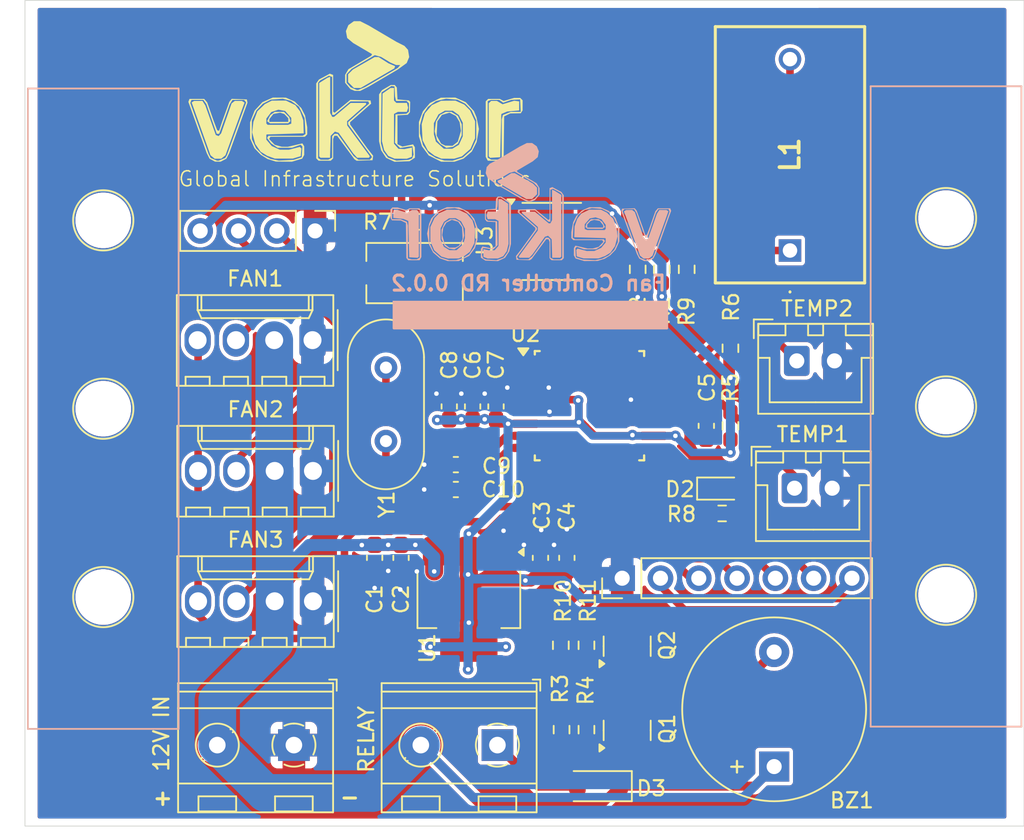
<source format=kicad_pcb>
(kicad_pcb (version 20240108) (generator "pcbnew") (generator_version "8.0")
  (layers (0 "F.Cu" signal) (31 "B.Cu" signal) (34 "B.Paste" user) (35 "F.Paste" user) (36 "B.SilkS" user "B.Silkscreen") (37 "F.SilkS" user "F.Silkscreen") (38 "B.Mask" user) (39 "F.Mask" user) (44 "Edge.Cuts" user))
  (net 0 "")
  (net 1 "+5V")
  (net 2 "GND")
  (net 3 "+12V")
  (net 4 "Net-(D2-A)")
  (net 5 "uC_TX")
  (net 6 "uC_RX")
  (net 7 "FAN1_FB")
  (net 8 "FAN_PWM")
  (net 9 "FAN3_FB")
  (net 10 "TEMP1")
  (net 11 "TEMP2")
  (net 12 "Net-(Q1-G)")
  (net 13 "RELAY")
  (net 14 "A7")
  (net 15 "D6")
  (net 16 "A6")
  (net 17 "D7")
  (net 18 "A3")
  (net 19 "A5")
  (net 20 "A4")
  (net 21 "CT")
  (net 22 "Net-(U2-AREF)")
  (net 23 "Net-(U2-XTAL1{slash}PB6)")
  (net 24 "Net-(U2-XTAL2{slash}PB7)")
  (net 25 "Net-(BZ1--)")
  (net 26 "Net-(D3-A)")
  (net 27 "Net-(Q2-G)")
  (net 28 "BUZZER")
  (net 29 "RESET")
  (net 30 "SCK")
  (net 31 "MISO")
  (net 32 "MOSI")
  (net 33 "SS")
  (net 34 "Net-(U3B--)")
  (net 35 "Net-(U3B-+)")
  (net 39 "FAN2_FB")
  (footprint "Resistor_SMD:R_0603_1608Metric_Pad0.98x0.95mm_HandSolder" (layer "F.Cu") (at 151.3 93.2 -90)
    (property "Reference" "R1")
    (property "Value" "4K7")
  )
  (footprint "Diode_SMD:D_SOD-123F" (layer "F.Cu") (at 147.1 127.5 180)
    (property "Reference" "D3")
    (property "Value" "1N4007")
  )
  (footprint "Connector_PinHeader_2.54mm:PinHeader_1x07_P2.54mm_Vertical" (layer "F.Cu") (at 148.67 113.7 90)
    (property "Reference" "J4" (hide yes))
    (property "Value" "SPI")
  )
  (footprint "Package_TO_SOT_SMD:SOT-223-3_TabPin2" (layer "F.Cu") (at 138.5 115.1 -90)
    (property "Reference" "U1")
    (property "Value" "AMS1117-5.0")
  )
  (footprint "Capacitor_SMD:C_0603_1608Metric_Pad1.08x0.95mm_HandSolder" (layer "F.Cu") (at 137.6375 107.8125 180)
    (property "Reference" "C10")
    (property "Value" "22pF")
  )
  (footprint "TerminalBlock_RND:TerminalBlock_RND_205-00232_1x02_P5.08mm_Horizontal" (layer "F.Cu") (at 126.895 124.775 180)
    (property "Reference" "J6" (hide yes))
    (property "Value" "12V IN")
  )
  (footprint "Resistor_SMD:R_0603_1608Metric_Pad0.98x0.95mm_HandSolder" (layer "F.Cu") (at 144.6 118.15 -90)
    (property "Reference" "R10")
    (property "Value" "100")
  )
  (footprint "Buzzer_Beeper:Buzzer_12x9.5RM7.6" (layer "F.Cu") (at 158.75 126.2 90)
    (property "Reference" "BZ1")
    (property "Value" "Buzzer")
  )
  (footprint "Resistor_SMD:R_0603_1608Metric_Pad0.98x0.95mm_HandSolder" (layer "F.Cu") (at 152.95 93.2 90)
    (property "Reference" "R9")
    (property "Value" "25R")
  )
  (footprint "Package_SO:SO-8_3.9x4.9mm_P1.27mm" (layer "F.Cu") (at 144 91.35)
    (property "Reference" "U3")
    (property "Value" "LM2904")
  )
  (footprint "Capacitor_SMD:C_0603_1608Metric_Pad1.08x0.95mm_HandSolder" (layer "F.Cu") (at 132.25 112.35 -90)
    (property "Reference" "C1")
    (property "Value" "1uF")
  )
  (footprint "Package_QFP:TQFP-32_7x7mm_P0.8mm" (layer "F.Cu") (at 146.5 102.25)
    (property "Reference" "U2")
    (property "Value" "ATmega328P-A" (hide yes))
  )
  (footprint "Package_TO_SOT_SMD:SOT-23" (layer "F.Cu") (at 149 118.2125 90)
    (property "Reference" "Q2")
    (property "Value" "IRLML0030")
  )
  (footprint "Resistor_SMD:R_0603_1608Metric_Pad0.98x0.95mm_HandSolder" (layer "F.Cu") (at 146.3 123.75 90)
    (property "Reference" "R4")
    (property "Value" "10K")
  )
  (footprint "Capacitor_SMD:C_0603_1608Metric_Pad1.08x0.95mm_HandSolder" (layer "F.Cu") (at 145 112.35 90)
    (property "Reference" "C4")
    (property "Value" "0.1uF")
  )
  (footprint "Crystal:Crystal_HC49-U_Vertical" (layer "F.Cu") (at 133 104.6 90)
    (property "Reference" "Y1")
    (property "Value" "Crystal")
  )
  (footprint "Connector_Molex:Molex_KK-254_AE-6410-04A_1x04_P2.54mm_Vertical" (layer "F.Cu") (at 128.16 106.58 180)
    (property "Reference" "J2" (hide yes))
    (property "Value" "FAN2")
  )
  (footprint "MountingEquipment:DINRailAdapter_3xM3_PhoenixContact_1201578" (layer "F.Cu") (at 170.15 102.3 90)
    (property "Reference" "DRA2" (hide yes))
    (property "Value" "DIN_Rail_Adapter")
  )
  (footprint "Connector_Molex:Molex_KK-254_AE-6410-04A_1x04_P2.54mm_Vertical" (layer "F.Cu") (at 128.16 115.23 180)
    (property "Reference" "J3" (hide yes))
    (property "Value" "FAN3")
  )
  (footprint "Capacitor_SMD:C_0603_1608Metric_Pad1.08x0.95mm_HandSolder" (layer "F.Cu") (at 137.2 102.3 90)
    (property "Reference" "C8")
    (property "Value" "1uF")
  )
  (footprint "Resistor_SMD:R_0603_1608Metric_Pad0.98x0.95mm_HandSolder" (layer "F.Cu") (at 155.3 109.4)
    (property "Reference" "R8")
    (property "Value" "330")
  )
  (footprint "Capacitor_SMD:C_0603_1608Metric_Pad1.08x0.95mm_HandSolder" (layer "F.Cu") (at 138.75 102.3 90)
    (property "Reference" "C6")
    (property "Value" "0.1uF")
  )
  (footprint "Resistor_SMD:R_0603_1608Metric_Pad0.98x0.95mm_HandSolder" (layer "F.Cu") (at 155.85 98.4375 90)
    (property "Reference" "R6")
    (property "Value" "1K")
  )
  (footprint "CurrentTransformer:PE51688NL" (layer "F.Cu") (at 159.8 91.95 90)
    (property "Reference" "L1")
    (property "Value" "L_Iron" (hide yes))
  )
  (footprint "Capacitor_SMD:C_0603_1608Metric_Pad1.08x0.95mm_HandSolder" (layer "F.Cu") (at 143.25 112.35 90)
    (property "Reference" "C3")
    (property "Value" "1uF")
  )
  (footprint "Button_Switch_SMD:SW_Tactile_SPST_NO_Straight_CK_PTS636Sx25SMTRLFS" (layer "F.Cu") (at 134.9 93.45)
    (property "Reference" "SW1" (hide yes))
    (property "Value" "RESET" (hide yes))
  )
  (footprint "Package_TO_SOT_SMD:SOT-23" (layer "F.Cu") (at 149 123.8 90)
    (property "Reference" "Q1")
    (property "Value" "IRLML0030")
  )
  (footprint "Connector_PinHeader_2.54mm:PinHeader_1x04_P2.54mm_Vertical" (layer "F.Cu") (at 128.3 90.65 -90)
    (property "Reference" "J5" (hide yes))
    (property "Value" "UART")
  )
  (footprint "Capacitor_SMD:C_0603_1608Metric_Pad1.08x0.95mm_HandSolder" (layer "F.Cu") (at 154.25 103.5875 90)
    (property "Reference" "C5")
    (property "Value" "0.1uF")
  )
  (footprint "LED_SMD:LED_0603_1608Metric_Pad1.05x0.95mm_HandSolder" (layer "F.Cu") (at 155.3 107.75)
    (property "Reference" "D2")
    (property "Value" "LED")
  )
  (footprint "Resistor_SMD:R_0603_1608Metric_Pad0.98x0.95mm_HandSolder" (layer "F.Cu") (at 155.85 103.5875 90)
    (property "Reference" "R5")
    (property "Value" "1K")
  )
  (footprint "Capacitor_SMD:C_0603_1608Metric_Pad1.08x0.95mm_HandSolder" (layer "F.Cu") (at 137.6375 106.1625 180)
    (property "Reference" "C9")
    (property "Value" "22pF")
  )
  (footprint "Resistor_SMD:R_0603_1608Metric_Pad0.98x0.95mm_HandSolder" (layer "F.Cu") (at 144.65 123.75 -90)
    (property "Reference" "R3")
    (property "Value" "100")
  )
  (footprint "Connector_JST:JST_XH_B2B-XH-A_1x02_P2.50mm_Vertical" (layer "F.Cu") (at 160.1 107.725)
    (property "Reference" "J7" (hide yes))
    (property "Value" "TEMP1")
  )
  (footprint "Resistor_SMD:R_0603_1608Metric_Pad0.98x0.95mm_HandSolder" (layer "F.Cu") (at 149.7 93.2 -90)
    (property "Reference" "R2")
    (property "Value" "4K7")
  )
  (footprint "Capacitor_SMD:C_0603_1608Metric_Pad1.08x0.95mm_HandSolder" (layer "F.Cu") (at 134 112.35 -90)
    (property "Reference" "C2")
    (property "Value" "0.1uF")
  )
  (footprint "Connector_Molex:Molex_KK-254_AE-6410-04A_1x04_P2.54mm_Vertical" (layer "F.Cu") (at 128.13 97.9 180)
    (property "Reference" "J1" (hide yes))
    (property "Value" "FAN1")
  )
  (footprint "Resistor_SMD:R_0603_1608Metric_Pad0.98x0.95mm_HandSolder" (layer "F.Cu") (at 134.95 90.05 180)
    (property "Reference" "R7")
    (property "Value" "1K")
  )
  (footprint "TerminalBlock_RND:TerminalBlock_RND_205-00232_1x02_P5.08mm_Horizontal" (layer "F.Cu") (at 140.395 124.775 180)
    (property "Reference" "J9" (hide yes))
    (property "Value" "RELAY")
  )
  (footprint "Capacitor_SMD:C_0603_1608Metric_Pad1.08x0.95mm_HandSolder" (layer "F.Cu") (at 140.3 102.3 90)
    (property "Reference" "C7")
    (property "Value" "4.7uF")
  )
  (footprint "Resistor_SMD:R_0603_1608Metric_Pad0.98x0.95mm_HandSolder" (layer "F.Cu") (at 146.3 118.15 90)
    (property "Reference" "R11")
    (property "Value" "10K")
  )
  (footprint "MountingEquipment:DINRailAdapter_3xM3_PhoenixContact_1201578" (layer "F.Cu") (at 114.25 102.45 90)
    (property "Reference" "DRA1" (hide yes))
    (property "Value" "DIN_Rail_Adapter")
  )
  (footprint "Connector_JST:JST_XH_B2B-XH-A_1x02_P2.50mm_Vertical" (layer "F.Cu") (at 160.25 99.275)
    (property "Reference" "J8" (hide yes))
    (property "Value" "TEMP2")
  )
  (gr_poly (pts (xy 144.018479 89.934798) (xy 143.903443 90.149742) (xy 143.800994 90.149742) (xy 143.34022 89.762117) (xy 142.879446 89.374491) (xy 142.448837 89.373231) (xy 142.018227 89.371972) (xy 142.018227 89.458928) (xy 142.546071 89.92469) (xy 143.073915 90.390452) (xy 143.072024 90.506291) (xy 143.070134 90.622127) (xy 142.438877 91.483344) (xy 141.80762 92.344563) (xy 141.832822 92.386236) (xy 141.858024 92.427908) (xy 142.513886 92.427908) (xy 142.620636 92.313326) (xy 142.727386 92.198743) (xy 143.136754 91.619458) (xy 143.546121 91.040175) (xy 143.753651 90.971647) (xy 143.872136 91.089995) (xy 143.990622 91.208341) (xy 144.00943 91.818125) (xy 144.028235 92.427908) (xy 144.555506 92.427908) (xy 144.592624 92.390762) (xy 144.629666 92.35372) (xy 144.629666 88.262011) (xy 144.403188 88.119041) (xy 144.176709 87.976071) (xy 144.097594 87.945711) (xy 144.018479 87.915352)) (stroke (width -0.000001)) (fill solid) (layer "B.SilkS"))
  (gr_poly (pts (xy 148.659151 89.177391) (xy 148.641699 89.26884) (xy 148.624246 89.360287) (xy 149.134259 90.769028) (xy 149.644273 92.177768) (xy 149.721565 92.329625) (xy 149.798857 92.481482) (xy 149.961844 92.565766) (xy 150.124832 92.65005) (xy 150.280388 92.647824) (xy 150.435945 92.645599) (xy 150.588041 92.56308) (xy 150.74014 92.480553) (xy 150.816627 92.329163) (xy 150.893115 92.177774) (xy 151.897532 89.375726) (xy 151.810593 89.375726) (xy 151.300411 90.800714) (xy 150.790228 92.225701) (xy 150.733726 92.331276) (xy 150.677224 92.43685) (xy 150.50102 92.513498) (xy 150.324816 92.590146) (xy 150.281361 92.592309) (xy 150.237903 92.594493) (xy 150.052003 92.516819) (xy 149.866102 92.439144) (xy 149.819478 92.364023) (xy 149.772855 92.288901) (xy 149.235509 90.816494) (xy 148.698162 89.344088) (xy 148.754309 89.274637) (xy 148.810454 89.205184) (xy 149.461037 89.205184) (xy 149.537639 89.330198) (xy 149.61424 89.455213) (xy 149.907265 90.274761) (xy 150.200289 91.094308) (xy 150.337589 91.094308) (xy 150.625618 90.269363) (xy 150.913647 89.444416) (xy 150.997429 89.324799) (xy 151.081212 89.205183) (xy 151.745149 89.205183) (xy 151.777871 89.290453) (xy 151.810593 89.375726) (xy 151.897532 89.375726) (xy 151.91951 89.314412) (xy 151.887892 89.232017) (xy 151.856273 89.149619) (xy 151.036571 89.149619) (xy 150.952484 89.246853) (xy 150.868397 89.344088) (xy 150.688643 89.857592) (xy 150.508888 90.371095) (xy 150.409342 90.63334) (xy 150.309796 90.895585) (xy 150.258776 90.912596) (xy 150.207757 90.929606) (xy 150.119676 90.664695) (xy 150.031595 90.399783) (xy 149.832156 89.851313) (xy 149.632718 89.302843) (xy 149.567327 89.224051) (xy 149.501936 89.145261)) (stroke (width -0.000001)) (fill solid) (layer "B.SilkS"))
  (gr_poly (pts (xy 136.794052 89.355553) (xy 136.545321 89.466684) (xy 136.384268 89.627643) (xy 136.223211 89.788604) (xy 136.083303 90.091639) (xy 135.943392 90.394674) (xy 135.944231 90.869515) (xy 135.945071 91.344354) (xy 136.072402 91.638152) (xy 136.199733 91.931949) (xy 136.438735 92.142326) (xy 136.677738 92.352702) (xy 136.895832 92.418045) (xy 137.113926 92.483387) (xy 137.468634 92.481203) (xy 137.823346 92.479019) (xy 138.015267 92.395726) (xy 138.207278 92.312432) (xy 138.391124 92.172205) (xy 138.574972 92.031978) (xy 138.722551 91.743721) (xy 138.870132 91.455463) (xy 138.894934 91.005887) (xy 138.919737 90.556311) (xy 138.903536 90.500583) (xy 138.239895 90.500583) (xy 138.239687 90.811327) (xy 138.239475 91.122072) (xy 138.183123 91.324961) (xy 138.126769 91.527851) (xy 137.90546 91.727789) (xy 137.684152 91.927728) (xy 137.448172 91.927519) (xy 137.212191 91.927311) (xy 137.028261 91.815263) (xy 136.844454 91.703196) (xy 136.737781 91.468204) (xy 136.631108 91.233211) (xy 136.629849 90.855951) (xy 136.62859 90.47869) (xy 136.738454 90.263333) (xy 136.848321 90.047975) (xy 137.015835 89.928695) (xy 137.183348 89.809413) (xy 137.403628 89.806367) (xy 137.623907 89.803322) (xy 137.802787 89.907793) (xy 137.981666 90.012266) (xy 138.110782 90.256424) (xy 138.239895 90.500583) (xy 138.903536 90.500583) (xy 138.831939 90.254301) (xy 138.744142 89.952292) (xy 138.54914 89.724477) (xy 138.354139 89.496661) (xy 138.094543 89.374636) (xy 137.834949 89.252612) (xy 137.438863 89.248516) (xy 137.042783 89.244421)) (stroke (width -0.000001)) (fill solid) (layer "B.SilkS"))
  (gr_rect (start 133.521584 95.361606) (end 151.640274 97.111606) (stroke (width 0.153)) (fill solid) (layer "B.SilkS"))
  (gr_poly (pts (xy 133.625772 89.269266) (xy 133.489385 89.288502) (xy 133.489385 89.788564) (xy 133.822759 89.82043) (xy 134.156132 89.852295) (xy 134.308928 89.916289) (xy 134.461728 89.980285) (xy 134.483902 90.010819) (xy 134.514474 91.205415) (xy 134.54505 92.400008) (xy 135.104946 92.432769) (xy 135.144507 92.393253) (xy 135.184042 92.353715) (xy 135.184042 89.394087) (xy 135.117366 89.327412) (xy 135.05069 89.260738) (xy 134.728906 89.260738) (xy 134.571098 89.353957) (xy 134.413291 89.447176) (xy 134.087723 89.348603) (xy 133.762155 89.250031)) (stroke (width -0.000001)) (fill solid) (layer "B.SilkS"))
  (gr_poly (pts (xy 140.462475 89.238429) (xy 140.395801 89.305104) (xy 140.329127 89.371778) (xy 139.74228 89.371778) (xy 139.674569 89.641568) (xy 139.711111 89.756703) (xy 139.747653 89.87184) (xy 140.247534 89.87184) (xy 140.355007 89.929357) (xy 140.46248 89.986873) (xy 140.46248 91.64364) (xy 140.337463 91.787448) (xy 140.212448 91.931256) (xy 140.045762 91.939194) (xy 139.879075 91.947133) (xy 139.670715 91.903431) (xy 139.462358 91.859725) (xy 139.462358 92.374907) (xy 139.60488 92.429096) (xy 139.747403 92.483283) (xy 140.091052 92.481099) (xy 140.4347 92.478915) (xy 140.607145 92.403949) (xy 140.779597 92.328878) (xy 140.89554 92.166051) (xy 141.011484 92.003224) (xy 141.072391 91.757122) (xy 141.133297 91.511023) (xy 141.11738 90.180167) (xy 141.101441 88.849309) (xy 140.879193 88.695717) (xy 140.656944 88.542123) (xy 140.462475 88.538342)) (stroke (width -0.000001)) (fill solid) (layer "B.SilkS"))
  (gr_poly (pts (xy 146.850758 89.076233) (xy 146.488199 89.077704) (xy 146.238947 89.187961) (xy 145.989696 89.298217) (xy 145.807596 89.480317) (xy 145.625496 89.662419) (xy 145.521575 89.86612) (xy 145.417653 90.069822) (xy 145.357033 90.397747) (xy 145.296413 90.725672) (xy 145.296413 91.127538) (xy 145.363088 91.194213) (xy 145.429762 91.260887) (xy 147.345666 91.260887) (xy 147.382796 91.320964) (xy 147.419927 91.381042) (xy 147.26422 91.543565) (xy 147.108511 91.706091) (xy 146.713255 91.815891) (xy 146.379881 91.81799) (xy 145.973272 91.722883) (xy 145.566661 91.627777) (xy 145.464802 91.788782) (xy 145.463941 92.028575) (xy 145.463081 92.26837) (xy 145.519597 92.373973) (xy 145.576114 92.479575) (xy 145.863057 92.564788) (xy 146.15 92.65) (xy 146.598305 92.646283) (xy 147.046611 92.642566) (xy 147.278649 92.570076) (xy 147.510667 92.497528) (xy 147.880068 92.268452) (xy 148.235532 91.899965) (xy 148.35933 91.622152) (xy 148.483129 91.344338) (xy 148.482956 90.899839) (xy 148.482783 90.455339) (xy 148.439444 90.344234) (xy 148.380046 90.344234) (xy 148.380046 91.399924) (xy 148.262064 91.649954) (xy 148.144082 91.899986) (xy 147.774819 92.270056) (xy 147.558311 92.38051) (xy 147.341803 92.490965) (xy 147.110871 92.540256) (xy 146.879938 92.58955) (xy 146.461997 92.566969) (xy 146.044056 92.544386) (xy 145.823033 92.472194) (xy 145.602005 92.400026) (xy 145.584936 92.100389) (xy 145.567866 91.800751) (xy 145.616571 91.752045) (xy 145.665277 91.703342) (xy 145.904548 91.787762) (xy 146.14382 91.872182) (xy 146.946852 91.872182) (xy 147.130537 91.747164) (xy 147.314223 91.62215) (xy 147.423274 91.474901) (xy 147.532324 91.327651) (xy 147.494556 91.266541) (xy 147.456788 91.205433) (xy 145.54644 91.203754) (xy 145.392564 91.1063) (xy 145.418284 90.662001) (xy 145.444004 90.217703) (xy 145.598522 89.901878) (xy 145.75304 89.586053) (xy 145.977788 89.423246) (xy 146.202536 89.260441) (xy 146.430114 89.198846) (xy 146.657691 89.13725) (xy 146.992701 89.163845) (xy 147.32771 89.190441) (xy 147.548326 89.30408) (xy 147.768942 89.417717) (xy 147.946675 89.603164) (xy 148.124407 89.788611) (xy 148.252227 90.066424) (xy 148.380046 90.344234) (xy 148.439444 90.344234) (xy 148.22622 89.797612) (xy 148.010196 89.563254) (xy 147.794172 89.328896) (xy 147.213317 89.074762)) (stroke (width -0.000001)) (fill solid) (layer "B.SilkS"))
  (gr_poly (pts (xy 133.361589 89.160727) (xy 133.294913 89.227401) (xy 133.295753 89.507993) (xy 133.296592 89.788583) (xy 133.347263 89.868665) (xy 133.39793 89.948745) (xy 133.989426 89.960463) (xy 134.156113 90.041924) (xy 134.3228 90.123383) (xy 134.337835 91.285191) (xy 134.352892 92.446997) (xy 134.414102 92.520751) (xy 134.475311 92.594502) (xy 135.23567 92.594502) (xy 135.293214 92.487019) (xy 135.350732 92.379545) (xy 135.350732 89.282965) (xy 135.340381 89.272615) (xy 135.239451 89.272615) (xy 135.239451 92.422269) (xy 135.142219 92.478901) (xy 135.044986 92.535533) (xy 134.711612 92.537212) (xy 134.586745 92.503903) (xy 134.461731 92.470401) (xy 134.460891 91.37952) (xy 134.460052 90.288642) (xy 134.427553 90.167468) (xy 134.395055 90.046296) (xy 133.959257 89.871925) (xy 133.40058 89.871925) (xy 133.417127 89.524659) (xy 133.433674 89.177393) (xy 133.683703 89.191168) (xy 133.933735 89.204944) (xy 134.375531 89.360592) (xy 134.486481 89.282878) (xy 134.597432 89.205165) (xy 135.063677 89.205165) (xy 135.151566 89.238891) (xy 135.239451 89.272615) (xy 135.340381 89.272615) (xy 135.284056 89.21629) (xy 135.21738 89.149616) (xy 134.565549 89.149616) (xy 134.457838 89.207261) (xy 134.35013 89.264905) (xy 134.062469 89.179479) (xy 133.774809 89.094053) (xy 133.428265 89.094053)) (stroke (width -0.000001)) (fill solid) (layer "B.SilkS"))
  (gr_poly (pts (xy 137.423187 89.872141) (xy 137.267629 89.872347) (xy 137.083821 89.984414) (xy 136.900014 90.096478) (xy 136.793338 90.33147) (xy 136.686665 90.566464) (xy 136.686665 91.17765) (xy 136.791915 91.40946) (xy 136.897162 91.641269) (xy 137.034849 91.731482) (xy 137.172534 91.821699) (xy 137.358988 91.849598) (xy 137.545443 91.877496) (xy 137.712133 91.771666) (xy 137.87882 91.665841) (xy 137.970887 91.560651) (xy 138.062951 91.455462) (xy 138.129185 91.206841) (xy 138.13175 91.197212) (xy 138.085003 91.197212) (xy 137.960729 91.418334) (xy 137.836452 91.639453) (xy 137.718724 91.696496) (xy 137.600993 91.753538) (xy 137.400126 91.757296) (xy 137.199258 91.761055) (xy 137.05337 91.646284) (xy 136.907464 91.531515) (xy 136.82004 91.230787) (xy 136.732615 90.930061) (xy 136.76943 90.68455) (xy 136.806248 90.43904) (xy 136.909467 90.269309) (xy 137.012688 90.099576) (xy 137.190853 90.007443) (xy 137.369018 89.91531) (xy 137.579454 89.978359) (xy 137.789893 90.041408) (xy 137.91731 90.220346) (xy 138.044725 90.399285) (xy 138.064864 90.79825) (xy 138.085003 91.197212) (xy 138.13175 91.197212) (xy 138.195419 90.958218) (xy 138.15846 90.679608) (xy 138.121501 90.400996) (xy 138.008685 90.218461) (xy 137.895873 90.035925) (xy 137.737309 89.953929) (xy 137.578742 89.871933)) (stroke (width -0.000001)) (fill solid) (layer "B.SilkS"))
  (gr_poly (pts (xy 149.133495 89.261606) (xy 148.935755 89.262446) (xy 148.862297 89.309021) (xy 148.788839 89.355594) (xy 149.319669 90.822248) (xy 149.8505 92.288901) (xy 149.968798 92.386135) (xy 150.087096 92.483369) (xy 150.45141 92.483369) (xy 150.568941 92.386135) (xy 150.68647 92.288901) (xy 151.21126 90.81804) (xy 151.73605 89.34718) (xy 151.669402 89.304815) (xy 151.602754 89.262447) (xy 151.367894 89.261608) (xy 151.133034 89.260768) (xy 151.053442 89.385783) (xy 150.97385 89.510797) (xy 150.681523 90.335727) (xy 150.389195 91.160655) (xy 150.311025 91.190654) (xy 150.232855 91.22065) (xy 150.092226 91.066547) (xy 149.801053 90.233109) (xy 149.509881 89.399672) (xy 149.420558 89.330219) (xy 149.331235 89.260767)) (stroke (width -0.000001)) (fill solid) (layer "B.SilkS"))
  (gr_poly (pts (xy 146.220574 89.36845) (xy 145.960141 89.494524) (xy 145.687531 89.851936) (xy 145.600499 90.098154) (xy 145.513468 90.344367) (xy 145.502174 90.705526) (xy 145.49088 91.066681) (xy 146.518786 91.097647) (xy 147.546692 91.128609) (xy 147.560583 91.139319) (xy 147.574474 91.15003) (xy 147.574474 91.419316) (xy 147.423975 91.598173) (xy 147.273477 91.77703) (xy 147.048928 91.87903) (xy 146.824378 91.981027) (xy 146.320751 91.983546) (xy 146.016939 91.904128) (xy 145.713127 91.824708) (xy 145.667664 91.869024) (xy 145.622202 91.91334) (xy 145.639884 92.127555) (xy 145.657565 92.341772) (xy 145.879816 92.40842) (xy 146.102066 92.47507) (xy 146.602128 92.47549) (xy 147.10219 92.475909) (xy 147.316522 92.396951) (xy 147.530853 92.318365) (xy 147.711626 92.20664) (xy 147.892399 92.094916) (xy 148.042925 91.877706) (xy 148.193451 91.660496) (xy 148.278597 91.33573) (xy 148.363743 91.010961) (xy 148.329914 90.720407) (xy 148.296086 90.429851) (xy 148.226392 90.243576) (xy 147.574474 90.243576) (xy 147.574474 90.520159) (xy 147.500389 90.594244) (xy 146.361187 90.594244) (xy 146.2733 90.560518) (xy 146.185411 90.526792) (xy 146.185411 90.209173) (xy 146.356343 90.014493) (xy 146.527274 89.819813) (xy 146.713878 89.784805) (xy 146.900481 89.749798) (xy 147.099185 89.815376) (xy 147.297888 89.880953) (xy 147.436181 90.062265) (xy 147.574474 90.243576) (xy 148.226392 90.243576) (xy 148.185669 90.134734) (xy 148.075252 89.839619) (xy 147.866536 89.639647) (xy 147.657819 89.439677) (xy 147.46335 89.341237) (xy 147.268882 89.242798) (xy 146.481007 89.242379)) (stroke (width -0.000001)) (fill solid) (layer "B.SilkS"))
  (gr_poly (pts (xy 142.11325 84.93382) (xy 141.879323 85.051901) (xy 141.101448 85.509814) (xy 140.323574 85.967728) (xy 140.101322 86.080351) (xy 139.879073 86.192976) (xy 139.779464 86.303121) (xy 139.679856 86.413268) (xy 139.647328 86.613711) (xy 139.614801 86.814152) (xy 139.684353 86.982069) (xy 139.753907 87.149984) (xy 140.010959 87.335824) (xy 140.26801 87.521661) (xy 141.073668 87.994852) (xy 141.879323 88.46804) (xy 142.11325 88.586577) (xy 142.347177 88.705114) (xy 142.502186 88.701586) (xy 142.657198 88.698058) (xy 142.772855 88.651278) (xy 142.888513 88.604489) (xy 143.036776 88.428287) (xy 143.185043 88.252085) (xy 143.185043 87.805476) (xy 143.16379 87.769498) (xy 143.1017 87.769498) (xy 143.1017 88.248942) (xy 142.990576 88.373493) (xy 142.879451 88.498041) (xy 142.546077 88.645197) (xy 142.502622 88.647381) (xy 142.459164 88.649565) (xy 142.268605 88.569927) (xy 142.078049 88.490307) (xy 141.164333 87.956798) (xy 140.250617 87.423291) (xy 140.183058 87.341886) (xy 140.115499 87.260485) (xy 140.346127 87.260485) (xy 140.501538 87.192564) (xy 140.65695 87.124641) (xy 140.918172 86.967208) (xy 141.179393 86.809776) (xy 141.355099 86.759384) (xy 141.530806 86.708993) (xy 142.824721 87.474665) (xy 142.963209 87.622082) (xy 143.1017 87.769498) (xy 143.16379 87.769498) (xy 143.092173 87.648262) (xy 142.999306 87.491047) (xy 142.368995 87.11903) (xy 141.738686 86.747011) (xy 141.71019 86.700904) (xy 141.681694 86.654794) (xy 142.209751 86.344018) (xy 142.737808 86.033239) (xy 142.903972 85.893421) (xy 143.070138 85.753601) (xy 143.106166 85.561556) (xy 143.142194 85.369511) (xy 143.072936 85.202306) (xy 143.003677 85.035104) (xy 142.849643 84.92542) (xy 142.695605 84.815736) (xy 142.347177 84.815736)) (stroke (width -0.000001)) (fill solid) (layer "B.SilkS"))
  (gr_poly (pts (xy 140.301848 88.514489) (xy 140.284838 88.845942) (xy 140.267807 89.177393) (xy 139.952643 89.205487) (xy 139.637477 89.233579) (xy 139.558671 89.312386) (xy 139.565139 89.599344) (xy 139.571606 89.886301) (xy 139.632532 89.959711) (xy 139.693455 90.033121) (xy 139.980635 90.049754) (xy 140.267815 90.066386) (xy 140.267815 91.676201) (xy 140.128909 91.74107) (xy 139.990003 91.805938) (xy 139.6949 91.744042) (xy 139.399796 91.682142) (xy 139.348485 91.763265) (xy 139.297173 91.844386) (xy 139.296334 92.13481) (xy 139.295494 92.425231) (xy 139.445831 92.523746) (xy 139.596168 92.62226) (xy 140.015347 92.637799) (xy 140.434524 92.653339) (xy 140.667159 92.544933) (xy 140.899625 92.436528) (xy 141.039479 92.223806) (xy 141.179331 92.011084) (xy 141.236264 91.761054) (xy 141.267889 91.622166) (xy 141.190227 91.622166) (xy 141.126517 91.844415) (xy 141.06281 92.066666) (xy 140.930263 92.2423) (xy 140.797717 92.417933) (xy 140.560631 92.505346) (xy 140.323548 92.592761) (xy 139.989488 92.569178) (xy 139.655429 92.545596) (xy 139.554252 92.506745) (xy 139.453052 92.467911) (xy 139.412956 92.359524) (xy 139.37286 92.251137) (xy 139.404538 92.019989) (xy 139.436215 91.788837) (xy 139.546518 91.798939) (xy 139.656818 91.80904) (xy 139.888734 91.847367) (xy 140.120652 91.885695) (xy 140.265312 91.741031) (xy 140.409975 91.596371) (xy 140.379146 90.010851) (xy 140.075237 89.993631) (xy 139.771329 89.976411) (xy 139.70019 89.917371) (xy 139.629052 89.858331) (xy 139.629052 89.394101) (xy 139.762401 89.260752) (xy 140.349245 89.260752) (xy 140.377456 89.135738) (xy 140.405667 89.01072) (xy 140.420178 88.733408) (xy 140.434689 88.456095) (xy 140.518034 88.440723) (xy 140.601377 88.425352) (xy 140.879191 88.607668) (xy 141.157005 88.789984) (xy 141.173616 90.206076) (xy 141.190227 91.622166) (xy 141.267889 91.622166) (xy 141.293197 91.511022) (xy 141.294457 90.203775) (xy 141.295716 88.896529) (xy 141.213299 88.778864) (xy 141.130884 88.6612) (xy 140.883921 88.516469) (xy 140.636959 88.371739) (xy 140.420322 88.371739)) (stroke (width -0.000001)) (fill solid) (layer "B.SilkS"))
  (gr_poly (pts (xy 136.464524 89.328906) (xy 136.236762 89.575997) (xy 136.009001 89.823093) (xy 135.935887 90.000315) (xy 135.862773 90.177536) (xy 135.796318 90.501645) (xy 135.729864 90.82575) (xy 135.79329 91.189988) (xy 135.85672 91.554226) (xy 135.990435 91.818104) (xy 136.124152 92.08198) (xy 136.355102 92.279666) (xy 136.586052 92.47735) (xy 136.839503 92.56371) (xy 137.092954 92.650069) (xy 137.833286 92.650069) (xy 138.179631 92.476988) (xy 138.525969 92.303918) (xy 138.716051 92.046378) (xy 138.906133 91.788837) (xy 138.989771 91.514832) (xy 139.073412 91.240826) (xy 139.073412 91.070956) (xy 139.017689 91.070956) (xy 138.933855 91.392815) (xy 138.850021 91.714675) (xy 138.684605 91.955101) (xy 138.519189 92.195526) (xy 138.319821 92.318746) (xy 138.12045 92.441963) (xy 137.888429 92.514509) (xy 137.656412 92.587057) (xy 137.426651 92.590774) (xy 137.196893 92.594491) (xy 136.910066 92.501807) (xy 136.623085 92.409121) (xy 136.383585 92.198306) (xy 136.144086 91.98749) (xy 136.011949 91.693693) (xy 135.879811 91.399897) (xy 135.87918 90.872053) (xy 135.878548 90.344207) (xy 136.00637 90.066397) (xy 136.134188 89.788583) (xy 136.489652 89.41769) (xy 136.707881 89.30527) (xy 136.92611 89.192849) (xy 137.243036 89.164112) (xy 137.559965 89.135374) (xy 137.843331 89.203353) (xy 138.126695 89.27133) (xy 138.571106 89.593261) (xy 138.714553 89.810024) (xy 138.857997 90.026783) (xy 138.937213 90.324403) (xy 139.01643 90.622021) (xy 139.017059 90.846488) (xy 139.017689 91.070956) (xy 139.073412 91.070956) (xy 139.073412 90.431726) (xy 138.850275 89.835333) (xy 138.654819 89.606988) (xy 138.459364 89.378643) (xy 138.15621 89.230324) (xy 137.85306 89.082004) (xy 137.449219 89.077994) (xy 137.045382 89.073984)) (stroke (width -0.000001)) (fill solid) (layer "B.SilkS"))
  (gr_poly (pts (xy 146.444984 90.016449) (xy 146.300463 90.160968) (xy 146.265201 90.272073) (xy 146.229938 90.383175) (xy 146.292398 90.445636) (xy 146.354857 90.508094) (xy 147.36503 90.513807) (xy 147.448497 90.452754) (xy 147.531967 90.39172) (xy 147.47205 90.275854) (xy 147.407789 90.275854) (xy 147.407789 90.427555) (xy 146.352101 90.427555) (xy 146.352099 90.326907) (xy 146.352099 90.22626) (xy 146.570591 89.991737) (xy 146.688426 89.954338) (xy 146.806261 89.916938) (xy 146.993491 89.952063) (xy 147.180722 89.987187) (xy 147.407789 90.275854) (xy 147.47205 90.275854) (xy 147.442413 90.218542) (xy 147.35286 90.045364) (xy 147.229055 89.958646) (xy 147.10525 89.87193) (xy 146.589504 89.87193)) (stroke (width -0.000001)) (fill solid) (layer "B.SilkS"))
  (gr_poly (pts (xy 141.042874 86.990829) (xy 140.768072 87.165678) (xy 140.583648 87.243213) (xy 140.399223 87.320752) (xy 140.441396 87.447266) (xy 141.37975 87.992846) (xy 142.318101 88.538424) (xy 142.693525 88.538424) (xy 143.018355 88.213595) (xy 143.018355 87.7757) (xy 142.885001 87.643107) (xy 142.751647 87.510513) (xy 142.146343 87.163249) (xy 141.541041 86.815983) (xy 141.317674 86.815983)) (stroke (width -0.000001)) (fill solid) (layer "B.SilkS"))
  (gr_poly (pts (xy 143.944342 87.777112) (xy 143.851789 87.812629) (xy 143.851789 89.865371) (xy 143.767277 89.917601) (xy 143.330519 89.559521) (xy 142.89376 89.20144) (xy 142.331628 89.217212) (xy 141.769498 89.232961) (xy 141.752236 89.323211) (xy 141.734953 89.413462) (xy 142.321089 89.930316) (xy 142.907225 90.447168) (xy 142.907225 90.572544) (xy 142.429873 91.236254) (xy 141.95252 91.899964) (xy 141.787214 92.109654) (xy 141.621909 92.319348) (xy 141.639486 92.44303) (xy 141.657064 92.566713) (xy 142.101562 92.58093) (xy 142.546063 92.595148) (xy 142.606961 92.553155) (xy 142.66786 92.511159) (xy 143.14954 91.858301) (xy 143.631226 91.205442) (xy 143.784331 91.205442) (xy 143.818057 91.29333) (xy 143.851782 91.381218) (xy 143.851782 92.461155) (xy 143.918457 92.527829) (xy 143.985131 92.594504) (xy 144.662995 92.594504) (xy 144.729679 92.527817) (xy 144.796353 92.461142) (xy 144.796353 92.447106) (xy 144.688303 92.447106) (xy 144.617313 92.492155) (xy 144.546324 92.537205) (xy 144.334312 92.538045) (xy 144.1223 92.538884) (xy 144.014826 92.481411) (xy 143.907354 92.423895) (xy 143.907354 91.227655) (xy 143.840679 91.160981) (xy 143.774005 91.094306) (xy 143.687883 91.095565) (xy 143.601762 91.096825) (xy 143.157261 91.713128) (xy 142.712762 92.329434) (xy 142.580255 92.434171) (xy 142.447745 92.53891) (xy 141.80959 92.53891) (xy 141.747445 92.464028) (xy 141.6853 92.389145) (xy 142.349973 91.477794) (xy 143.014645 90.56644) (xy 143.016536 90.50379) (xy 143.018427 90.441144) (xy 142.433195 89.925862) (xy 141.847962 89.410583) (xy 141.868669 89.349542) (xy 141.889375 89.2885) (xy 142.885861 89.2885) (xy 143.335343 89.663548) (xy 143.784824 90.038596) (xy 143.907352 90.038596) (xy 143.907352 87.923731) (xy 143.997992 87.88895) (xy 144.088632 87.85417) (xy 144.335365 87.987929) (xy 144.582098 88.121688) (xy 144.634905 88.18444) (xy 144.687713 88.247192) (xy 144.688008 90.34715) (xy 144.688303 92.447106) (xy 144.796353 92.447106) (xy 144.796353 88.285341) (xy 144.718837 88.175745) (xy 144.64132 88.066148) (xy 144.339107 87.903872) (xy 144.036894 87.741596)) (stroke (width -0.000001)) (fill solid) (layer "B.SilkS"))
  (gr_poly (pts (xy 141.672812 82.032594) (xy 141.835177 82.055494) (xy 141.835177 82.650806) (xy 141.438304 82.688741) (xy 141.04143 82.726676) (xy 140.85953 82.80286) (xy 140.677626 82.879045) (xy 140.651229 82.915395) (xy 140.614833 84.337533) (xy 140.578433 85.759668) (xy 139.911891 85.798669) (xy 139.864794 85.751626) (xy 139.817729 85.704557) (xy 139.817729 82.18119) (xy 139.897105 82.101815) (xy 139.976481 82.022441) (xy 140.359557 82.022441) (xy 140.547423 82.133416) (xy 140.735289 82.244392) (xy 141.12287 82.127042) (xy 141.510451 82.009694)) (stroke (width -0.000001)) (fill solid) (layer "F.SilkS"))
  (gr_poly (pts (xy 137.152079 82.750303) (xy 137.337268 82.750547) (xy 137.556086 82.88396) (xy 137.774905 83.017369) (xy 137.9019 83.297122) (xy 138.028891 83.576877) (xy 138.028891 84.304479) (xy 137.903594 84.580444) (xy 137.7783 84.856406) (xy 137.614386 84.963804) (xy 137.450476 85.071204) (xy 137.228507 85.104417) (xy 137.006537 85.13763) (xy 136.808097 85.011642) (xy 136.60966 84.885659) (xy 136.500056 84.760432) (xy 136.390456 84.635207) (xy 136.311606 84.339231) (xy 136.308552 84.327768) (xy 136.364203 84.327768) (xy 136.512149 84.591008) (xy 136.660098 84.854245) (xy 136.80025 84.922153) (xy 136.940406 84.99006) (xy 137.179534 84.994535) (xy 137.418662 84.999009) (xy 137.592337 84.862376) (xy 137.766036 84.725747) (xy 137.870112 84.367738) (xy 137.974189 84.009731) (xy 137.930361 83.717456) (xy 137.886531 83.425182) (xy 137.763652 83.223121) (xy 137.640769 83.021058) (xy 137.428668 82.911376) (xy 137.216567 82.801694) (xy 136.966048 82.876752) (xy 136.715525 82.95181) (xy 136.563838 83.164832) (xy 136.412154 83.377855) (xy 136.388179 83.852813) (xy 136.364203 84.327768) (xy 136.308552 84.327768) (xy 136.232756 84.04325) (xy 136.276755 83.711572) (xy 136.320754 83.379892) (xy 136.455058 83.162587) (xy 136.589358 82.945283) (xy 136.778125 82.847669) (xy 136.966895 82.750055)) (stroke (width -0.000001)) (fill solid) (layer "F.SilkS"))
  (gr_poly (pts (xy 123.775932 81.923219) (xy 123.796709 82.032087) (xy 123.817485 82.140952) (xy 123.210327 83.818025) (xy 122.603168 85.495095) (xy 122.511154 85.675878) (xy 122.419139 85.85666) (xy 122.225107 85.956998) (xy 122.031074 86.057336) (xy 121.845888 86.054687) (xy 121.660701 86.052037) (xy 121.479635 85.953801) (xy 121.298565 85.855554) (xy 121.207508 85.675328) (xy 121.116451 85.495103) (xy 119.920717 82.159332) (xy 120.024215 82.159332) (xy 120.631575 83.855746) (xy 121.238935 85.55216) (xy 121.3062 85.677844) (xy 121.373464 85.803527) (xy 121.583231 85.894775) (xy 121.792997 85.986022) (xy 121.84473 85.988597) (xy 121.896465 85.991197) (xy 122.117774 85.898729) (xy 122.339086 85.806258) (xy 122.39459 85.716829) (xy 122.450094 85.627397) (xy 123.089792 83.874532) (xy 123.72949 82.121667) (xy 123.662649 82.038987) (xy 123.595809 81.956306) (xy 122.821306 81.956306) (xy 122.730113 82.105132) (xy 122.638921 82.253959) (xy 122.290082 83.229612) (xy 121.941244 84.205262) (xy 121.777792 84.205262) (xy 121.4349 83.223186) (xy 121.092008 82.241105) (xy 120.992267 82.098705) (xy 120.892526 81.956304) (xy 120.102125 81.956304) (xy 120.06317 82.057817) (xy 120.024215 82.159332) (xy 119.920717 82.159332) (xy 119.894552 82.086339) (xy 119.932193 81.98825) (xy 119.969834 81.890157) (xy 120.94567 81.890157) (xy 121.045774 82.005912) (xy 121.145877 82.121667) (xy 121.359871 82.732982) (xy 121.573864 83.344295) (xy 121.692371 83.656491) (xy 121.810878 83.968688) (xy 121.871616 83.988939) (xy 121.932353 84.009189) (xy 122.037212 83.693818) (xy 122.14207 83.378448) (xy 122.379497 82.725507) (xy 122.616924 82.072566) (xy 122.69477 81.978767) (xy 122.772617 81.884969)) (stroke (width -0.000001)) (fill solid) (layer "F.SilkS"))
  (gr_poly (pts (xy 126.679 82.15067) (xy 126.98904 82.300758) (xy 127.313575 82.726249) (xy 127.417184 83.019365) (xy 127.520793 83.312476) (xy 127.534238 83.742427) (xy 127.547683 84.172374) (xy 126.323985 84.209237) (xy 125.100288 84.246097) (xy 125.083751 84.258847) (xy 125.067214 84.271598) (xy 125.067214 84.592178) (xy 125.246379 84.805103) (xy 125.425544 85.018028) (xy 125.692865 85.139455) (xy 125.960185 85.260881) (xy 126.559741 85.263879) (xy 126.921422 85.169334) (xy 127.283103 85.074786) (xy 127.337226 85.127544) (xy 127.391347 85.180301) (xy 127.370298 85.435319) (xy 127.349248 85.690339) (xy 127.084665 85.769681) (xy 126.820081 85.849027) (xy 126.224769 85.849527) (xy 125.629457 85.850026) (xy 125.374299 85.756028) (xy 125.119144 85.662473) (xy 124.903938 85.529468) (xy 124.688731 85.396463) (xy 124.509534 85.13788) (xy 124.330337 84.879297) (xy 124.228973 84.492669) (xy 124.127608 84.10604) (xy 124.16788 83.760143) (xy 124.208152 83.414243) (xy 124.291121 83.192487) (xy 125.067214 83.192487) (xy 125.067214 83.521753) (xy 125.15541 83.609948) (xy 126.511604 83.609948) (xy 126.616231 83.569799) (xy 126.720861 83.529649) (xy 126.720861 83.15153) (xy 126.517369 82.919769) (xy 126.31388 82.688007) (xy 126.091733 82.646331) (xy 125.869586 82.604655) (xy 125.633035 82.682725) (xy 125.396484 82.760793) (xy 125.231849 82.97664) (xy 125.067214 83.192487) (xy 124.291121 83.192487) (xy 124.339601 83.062913) (xy 124.471049 82.711585) (xy 124.719522 82.473523) (xy 124.967994 82.235463) (xy 125.199504 82.118274) (xy 125.431014 82.001085) (xy 126.368961 82.000585)) (stroke (width -0.000001)) (fill solid) (layer "F.SilkS"))
  (gr_poly (pts (xy 133.725102 81.13405) (xy 133.745352 81.528636) (xy 133.765628 81.923221) (xy 134.140822 81.956666) (xy 134.516021 81.99011) (xy 134.609837 82.083926) (xy 134.602137 82.425544) (xy 134.594437 82.76716) (xy 134.521907 82.854552) (xy 134.44938 82.941945) (xy 134.107499 82.961745) (xy 133.765618 82.981546) (xy 133.765618 84.897992) (xy 133.930981 84.975217) (xy 134.096347 85.052442) (xy 134.447659 84.978755) (xy 134.798974 84.905065) (xy 134.860059 85.00164) (xy 134.921143 85.098212) (xy 134.922143 85.443956) (xy 134.923142 85.789695) (xy 134.74417 85.906974) (xy 134.565198 86.024253) (xy 134.066174 86.042752) (xy 133.567155 86.061252) (xy 133.290208 85.932197) (xy 133.013463 85.803144) (xy 132.84697 85.549903) (xy 132.68048 85.296663) (xy 132.612702 84.999007) (xy 132.575053 84.833665) (xy 132.667508 84.833665) (xy 132.743354 85.098247) (xy 132.819195 85.362832) (xy 132.976989 85.57192) (xy 133.134782 85.781007) (xy 133.417027 85.88507) (xy 133.699269 85.989135) (xy 134.096959 85.961061) (xy 134.494649 85.932986) (xy 134.615098 85.886735) (xy 134.735574 85.840505) (xy 134.783307 85.711473) (xy 134.83104 85.582441) (xy 134.793328 85.307264) (xy 134.755618 85.032083) (xy 134.624304 85.044109) (xy 134.492995 85.056134) (xy 134.216904 85.101762) (xy 133.940812 85.14739) (xy 133.768597 84.975171) (xy 133.596379 84.802957) (xy 133.63308 82.915433) (xy 133.994878 82.894933) (xy 134.356673 82.874433) (xy 134.441361 82.804147) (xy 134.526049 82.733861) (xy 134.526049 82.181207) (xy 134.367301 82.022458) (xy 133.668677 82.022458) (xy 133.635092 81.873632) (xy 133.601508 81.724801) (xy 133.584233 81.394668) (xy 133.566958 81.064532) (xy 133.467738 81.046233) (xy 133.36852 81.027934) (xy 133.037789 81.244977) (xy 132.707059 81.46202) (xy 132.687283 83.147844) (xy 132.667508 84.833665) (xy 132.575053 84.833665) (xy 132.544924 84.70135) (xy 132.543425 83.145105) (xy 132.541926 81.588859) (xy 132.640042 81.448781) (xy 132.738154 81.308706) (xy 133.032159 81.136407) (xy 133.326161 80.964109) (xy 133.584061 80.964109)) (stroke (width -0.000001)) (fill solid) (layer "F.SilkS"))
  (gr_poly (pts (xy 137.901049 82.135316) (xy 138.197158 82.267616) (xy 138.388888 82.459234) (xy 138.580622 82.650853) (xy 138.74718 83.011609) (xy 138.913741 83.372365) (xy 138.912741 83.937652) (xy 138.911742 84.502937) (xy 138.760157 84.852697) (xy 138.608573 85.202455) (xy 138.324046 85.452903) (xy 138.039519 85.703351) (xy 137.779883 85.781141) (xy 137.520247 85.858928) (xy 137.097975 85.856328) (xy 136.6757 85.853729) (xy 136.447222 85.754569) (xy 136.218638 85.65541) (xy 135.999774 85.488473) (xy 135.780907 85.321536) (xy 135.605218 84.978374) (xy 135.429526 84.635209) (xy 135.4 84.1) (xy 135.370473 83.56479) (xy 135.389759 83.498447) (xy 136.179808 83.498447) (xy 136.180056 83.868381) (xy 136.180308 84.238315) (xy 136.247393 84.47985) (xy 136.314482 84.721385) (xy 136.577944 84.959407) (xy 136.841407 85.197429) (xy 137.122336 85.197181) (xy 137.403266 85.196933) (xy 137.622229 85.063543) (xy 137.841048 84.930129) (xy 137.968039 84.650377) (xy 138.095031 84.370624) (xy 138.09653 83.921504) (xy 138.098029 83.472385) (xy 137.967238 83.216006) (xy 137.836444 82.959628) (xy 137.637023 82.817628) (xy 137.437602 82.675626) (xy 137.175364 82.672) (xy 136.913127 82.668374) (xy 136.700175 82.792745) (xy 136.487223 82.917117) (xy 136.333514 83.207782) (xy 136.179808 83.498447) (xy 135.389759 83.498447) (xy 135.474993 83.205255) (xy 135.579514 82.84572) (xy 135.81166 82.574512) (xy 136.043803 82.303302) (xy 136.352847 82.158035) (xy 136.661887 82.012767) (xy 137.133418 82.007892) (xy 137.604941 82.003017)) (stroke (width -0.000001)) (fill solid) (layer "F.SilkS"))
  (gr_poly (pts (xy 141.987315 81.903381) (xy 142.066691 81.982755) (xy 142.065692 82.316793) (xy 142.064692 82.650829) (xy 142.00437 82.746164) (xy 141.944052 82.841497) (xy 141.23989 82.855447) (xy 141.041453 82.952424) (xy 140.843016 83.0494) (xy 140.825118 84.432504) (xy 140.807193 85.815606) (xy 140.734324 85.903409) (xy 140.661456 85.991208) (xy 139.756266 85.991208) (xy 139.687762 85.863252) (xy 139.619288 85.735307) (xy 139.619288 82.048902) (xy 139.63161 82.03658) (xy 139.751765 82.03658) (xy 139.751765 85.786168) (xy 139.867518 85.853587) (xy 139.983271 85.921006) (xy 140.380145 85.923005) (xy 140.528796 85.883352) (xy 140.677623 85.843469) (xy 140.678622 84.544801) (xy 140.679621 83.246137) (xy 140.71831 83.101882) (xy 140.756999 82.957629) (xy 141.275805 82.750045) (xy 141.940898 82.750045) (xy 141.921199 82.336633) (xy 141.901499 81.923221) (xy 141.603846 81.93962) (xy 141.306189 81.95602) (xy 140.780242 82.141315) (xy 140.648158 82.048799) (xy 140.516074 81.956283) (xy 139.96102 81.956283) (xy 139.856391 81.996433) (xy 139.751765 82.03658) (xy 139.63161 82.03658) (xy 139.698664 81.969527) (xy 139.778041 81.890153) (xy 140.55403 81.890153) (xy 140.682257 81.958778) (xy 140.810481 82.027402) (xy 141.152934 81.925704) (xy 141.495387 81.824006) (xy 141.907939 81.824006)) (stroke (width -0.000001)) (fill solid) (layer "F.SilkS"))
  (gr_poly (pts (xy 129.3888 80.256219) (xy 129.498982 80.298501) (xy 129.498982 82.742242) (xy 129.599591 82.804422) (xy 130.119542 82.378135) (xy 130.639493 81.951848) (xy 131.308697 81.970624) (xy 131.9779 81.989373) (xy 131.99845 82.096814) (xy 132.019025 82.204255) (xy 131.321244 82.819558) (xy 130.623463 83.434858) (xy 130.623463 83.584115) (xy 131.191739 84.374246) (xy 131.760016 85.164376) (xy 131.956809 85.414008) (xy 132.153601 85.663644) (xy 132.132676 85.810884) (xy 132.11175 85.958125) (xy 131.582585 85.975051) (xy 131.053418 85.991977) (xy 130.98092 85.941985) (xy 130.908421 85.89199) (xy 130.334992 85.114778) (xy 129.761557 84.337566) (xy 129.579289 84.337566) (xy 129.539139 84.442193) (xy 129.49899 84.546823) (xy 129.49899 85.832462) (xy 129.419615 85.911836) (xy 129.340241 85.99121) (xy 128.533261 85.99121) (xy 128.453875 85.911821) (xy 128.374501 85.832446) (xy 128.374501 85.815736) (xy 128.503133 85.815736) (xy 128.587643 85.869367) (xy 128.672154 85.922998) (xy 128.92455 85.923997) (xy 129.176945 85.924997) (xy 129.30489 85.856576) (xy 129.432833 85.788104) (xy 129.432833 84.364009) (xy 129.512208 84.284635) (xy 129.591582 84.20526) (xy 129.694108 84.20676) (xy 129.796633 84.208259) (xy 130.325801 84.941953) (xy 130.854966 85.675651) (xy 131.012713 85.800338) (xy 131.170462 85.925027) (xy 131.930171 85.925027) (xy 132.004153 85.835881) (xy 132.078135 85.746736) (xy 131.286858 84.661794) (xy 130.495581 83.576848) (xy 130.493331 83.502265) (xy 130.49108 83.427686) (xy 131.187785 82.814256) (xy 131.88449 82.200828) (xy 131.859839 82.12816) (xy 131.835189 82.055492) (xy 130.648896 82.055492) (xy 130.113799 82.501977) (xy 129.578702 82.948463) (xy 129.432835 82.948463) (xy 129.432835 80.430767) (xy 129.324931 80.38936) (xy 129.217026 80.347955) (xy 128.923297 80.507192) (xy 128.629567 80.666429) (xy 128.566701 80.741134) (xy 128.503834 80.815839) (xy 128.503484 83.315789) (xy 128.503133 85.815736) (xy 128.374501 85.815736) (xy 128.374501 80.861255) (xy 128.466782 80.730783) (xy 128.559064 80.600311) (xy 128.918841 80.407125) (xy 129.278619 80.213939)) (stroke (width -0.000001)) (fill solid) (layer "F.SilkS"))
  (gr_poly (pts (xy 132.842929 79.320169) (xy 133.170073 79.528322) (xy 133.389626 79.620626) (xy 133.609179 79.712934) (xy 133.558974 79.863546) (xy 132.441886 80.513046) (xy 131.324801 81.162544) (xy 130.877867 81.162544) (xy 130.491166 80.775842) (xy 130.491166 80.254539) (xy 130.64992 80.096691) (xy 130.808675 79.93884) (xy 131.529275 79.52543) (xy 132.249873 79.112018) (xy 132.515786 79.112018)) (stroke (width -0.000001)) (fill solid) (layer "F.SilkS"))
  (gr_poly (pts (xy 131.568671 76.871348) (xy 131.847155 77.011921) (xy 132.773198 77.557056) (xy 133.699238 78.102192) (xy 133.963824 78.236267) (xy 134.228406 78.370344) (xy 134.346987 78.501469) (xy 134.465569 78.632597) (xy 134.504292 78.871219) (xy 134.543015 79.109839) (xy 134.460215 79.30974) (xy 134.377413 79.509639) (xy 134.071398 79.730876) (xy 133.765385 79.952112) (xy 132.806269 80.515434) (xy 131.847155 81.078754) (xy 131.568671 81.219869) (xy 131.290187 81.360984) (xy 131.105653 81.356784) (xy 130.921115 81.352584) (xy 130.783427 81.296893) (xy 130.645739 81.241193) (xy 130.469235 81.031429) (xy 130.292727 80.821664) (xy 130.292727 80.289987) (xy 130.318029 80.247156) (xy 130.391946 80.247156) (xy 130.391946 80.817922) (xy 130.524235 80.966197) (xy 130.656527 81.114469) (xy 131.053401 81.289655) (xy 131.105134 81.292255) (xy 131.156869 81.294854) (xy 131.383725 81.200048) (xy 131.610577 81.105262) (xy 132.698334 80.470132) (xy 133.786092 79.835004) (xy 133.866519 79.738094) (xy 133.946946 79.641187) (xy 133.672389 79.641187) (xy 133.487376 79.560329) (xy 133.302361 79.479469) (xy 132.991383 79.292049) (xy 132.680405 79.104629) (xy 132.471232 79.044639) (xy 132.262057 78.984649) (xy 130.721682 79.896163) (xy 130.556815 80.07166) (xy 130.391946 80.247156) (xy 130.318029 80.247156) (xy 130.403287 80.102827) (xy 130.513842 79.915666) (xy 131.264212 79.472789) (xy 132.01458 79.02991) (xy 132.048505 78.97502) (xy 132.082429 78.920127) (xy 131.453789 78.550155) (xy 130.82515 78.18018) (xy 130.627335 78.013731) (xy 130.429518 77.847278) (xy 130.386628 77.618653) (xy 130.343737 77.390028) (xy 130.426188 77.190975) (xy 130.508639 76.991925) (xy 130.692013 76.861348) (xy 130.875392 76.730773) (xy 131.290187 76.730773)) (stroke (width -0.000001)) (fill solid) (layer "F.SilkS"))
  (gr_poly (pts (xy 126.411845 82.922097) (xy 126.583894 83.094144) (xy 126.625873 83.226411) (xy 126.667852 83.358676) (xy 126.593496 83.433034) (xy 126.519139 83.507388) (xy 125.316552 83.51419) (xy 125.217187 83.441509) (xy 125.117818 83.368848) (xy 125.189147 83.230912) (xy 125.265649 83.230912) (xy 125.265649 83.41151) (xy 126.52242 83.41151) (xy 126.522422 83.29169) (xy 126.522422 83.171872) (xy 126.262313 82.892678) (xy 126.122033 82.848155) (xy 125.981754 82.803632) (xy 125.758861 82.845447) (xy 125.535966 82.887262) (xy 125.265649 83.230912) (xy 125.189147 83.230912) (xy 125.224429 83.162685) (xy 125.331041 82.956519) (xy 125.478427 82.853284) (xy 125.625814 82.750051) (xy 126.239797 82.750051)) (stroke (width -0.000001)) (fill solid) (layer "F.SilkS"))
  (gr_poly (pts (xy 129.300542 82.824893) (xy 129.437489 83.080779) (xy 129.559453 83.080779) (xy 130.107993 82.619321) (xy 130.656533 82.157861) (xy 131.169163 82.156362) (xy 131.681794 82.154863) (xy 131.681794 82.258382) (xy 131.053408 82.81286) (xy 130.425023 83.367339) (xy 130.427273 83.505243) (xy 130.429524 83.643142) (xy 131.181019 84.668401) (xy 131.932517 85.693662) (xy 131.902514 85.743272) (xy 131.872512 85.792882) (xy 131.091723 85.792882) (xy 130.96464 85.656474) (xy 130.837558 85.520066) (xy 130.350215 84.830442) (xy 129.862872 84.140819) (xy 129.615813 84.059238) (xy 129.474759 84.200128) (xy 129.333705 84.341016) (xy 129.311314 85.066949) (xy 129.288928 85.792882) (xy 128.661223 85.792882) (xy 128.617036 85.74866) (xy 128.572938 85.704562) (xy 128.572938 80.83348) (xy 128.842555 80.663278) (xy 129.112172 80.493076) (xy 129.206357 80.456933) (xy 129.300542 80.420791)) (stroke (width -0.000001)) (fill solid) (layer "F.SilkS"))
  (gr_poly (pts (xy 133.533879 81.995883) (xy 133.613253 82.075258) (xy 133.692628 82.154632) (xy 134.391255 82.154632) (xy 134.471863 82.47581) (xy 134.428361 82.612876) (xy 134.384858 82.749944) (xy 133.789761 82.749944) (xy 133.661818 82.818416) (xy 133.533873 82.886888) (xy 133.533873 84.859229) (xy 133.682704 85.030429) (xy 133.83153 85.201629) (xy 134.029967 85.21108) (xy 134.228404 85.220531) (xy 134.476451 85.168504) (xy 134.724496 85.116473) (xy 134.724496 85.729785) (xy 134.554826 85.794296) (xy 134.385155 85.858804) (xy 133.97605 85.856204) (xy 133.566945 85.853605) (xy 133.361653 85.76436) (xy 133.156354 85.674989) (xy 133.018326 85.481147) (xy 132.880297 85.287305) (xy 132.80779 84.994327) (xy 132.735282 84.701352) (xy 132.754231 83.117) (xy 132.773205 81.532645) (xy 133.037787 81.349797) (xy 133.302369 81.166948) (xy 133.533879 81.162446)) (stroke (width -0.000001)) (fill solid) (layer "F.SilkS"))
  (gr_poly (pts (xy 138.293345 82.103593) (xy 138.56449 82.39775) (xy 138.835635 82.691911) (xy 138.922675 82.90289) (xy 139.009715 83.113868) (xy 139.088828 83.499711) (xy 139.167941 83.885551) (xy 139.092433 84.319167) (xy 139.016921 84.752784) (xy 138.857737 85.066924) (xy 138.69855 85.381063) (xy 138.423609 85.616403) (xy 138.148669 85.851741) (xy 137.846942 85.954551) (xy 137.545214 86.057359) (xy 136.663867 86.057359) (xy 136.251551 85.85131) (xy 135.839244 85.645274) (xy 135.612956 85.33868) (xy 135.386668 85.032083) (xy 135.287099 84.705886) (xy 135.187525 84.379689) (xy 135.187525 84.177463) (xy 135.253863 84.177463) (xy 135.353665 84.560628) (xy 135.453467 84.943795) (xy 135.650391 85.230016) (xy 135.847316 85.516237) (xy 136.084658 85.662927) (xy 136.322005 85.809613) (xy 136.59822 85.895978) (xy 136.87443 85.982345) (xy 137.147956 85.98677) (xy 137.421477 85.991195) (xy 137.762938 85.880857) (xy 138.104583 85.770517) (xy 138.389701 85.519546) (xy 138.674819 85.268575) (xy 138.832125 84.918817) (xy 138.989432 84.569059) (xy 138.990184 83.940673) (xy 138.990935 83.312286) (xy 138.838767 82.981559) (xy 138.686602 82.650829) (xy 138.26343 82.209289) (xy 138.003634 82.075456) (xy 137.743838 81.941621) (xy 137.366545 81.907411) (xy 136.989249 81.873199) (xy 136.651908 81.954126) (xy 136.31457 82.035051) (xy 135.78551 82.418302) (xy 135.614739 82.676353) (xy 135.443972 82.9344) (xy 135.349667 83.288709) (xy 135.255362 83.643016) (xy 135.254613 83.910239) (xy 135.253863 84.177463) (xy 135.187525 84.177463) (xy 135.187525 83.416475) (xy 135.453166 82.706483) (xy 135.685851 82.434644) (xy 135.918536 82.162805) (xy 136.279433 81.986234) (xy 136.640326 81.809663) (xy 137.121089 81.804889) (xy 137.601847 81.800115)) (stroke (width -0.000001)) (fill solid) (layer "F.SilkS"))
  (gr_poly (pts (xy 123.211236 82.023475) (xy 123.446641 82.024474) (xy 123.534091 82.079921) (xy 123.621541 82.135366) (xy 122.989601 83.881381) (xy 122.35766 85.627397) (xy 122.216829 85.743152) (xy 122.075998 85.858907) (xy 121.64229 85.858907) (xy 121.502372 85.743152) (xy 121.362457 85.627397) (xy 120.737707 83.876373) (xy 120.112957 82.125348) (xy 120.1923 82.074914) (xy 120.271642 82.024476) (xy 120.551238 82.023477) (xy 120.830833 82.022477) (xy 120.925585 82.171304) (xy 121.020338 82.320131) (xy 121.368347 83.30219) (xy 121.716356 84.284248) (xy 121.809415 84.319961) (xy 121.902475 84.35567) (xy 122.06989 84.172214) (xy 122.416524 83.180026) (xy 122.763158 82.187839) (xy 122.869495 82.105157) (xy 122.975831 82.022475)) (stroke (width -0.000001)) (fill solid) (layer "F.SilkS"))
  (gr_poly (pts (xy 125.928781 81.802793) (xy 126.360398 81.804544) (xy 126.657127 81.935802) (xy 126.953855 82.06706) (xy 127.17064 82.283845) (xy 127.387426 82.500633) (xy 127.511142 82.743135) (xy 127.634858 82.985637) (xy 127.707025 83.376024) (xy 127.779191 83.76641) (xy 127.779191 84.244823) (xy 127.699817 84.324197) (xy 127.620443 84.403571) (xy 125.339605 84.403571) (xy 125.295402 84.475091) (xy 125.251199 84.546613) (xy 125.436565 84.740092) (xy 125.621932 84.933576) (xy 126.092475 85.06429) (xy 126.489349 85.066789) (xy 126.973407 84.953567) (xy 127.457467 84.840345) (xy 127.578729 85.032018) (xy 127.579753 85.317485) (xy 127.580777 85.602956) (xy 127.513496 85.728673) (xy 127.446214 85.85439) (xy 127.104615 85.955835) (xy 126.763017 86.057277) (xy 126.22932 86.052852) (xy 125.695623 86.048427) (xy 125.419387 85.962129) (xy 125.143174 85.875762) (xy 124.703412 85.603053) (xy 124.28024 85.164378) (xy 124.132861 84.833648) (xy 123.985482 84.502918) (xy 123.985688 83.973752) (xy 123.985894 83.444585) (xy 124.037488 83.312318) (xy 124.108199 83.312318) (xy 124.108199 84.569091) (xy 124.248655 84.866746) (xy 124.38911 85.164403) (xy 124.828708 85.604963) (xy 125.086456 85.736455) (xy 125.344203 85.86795) (xy 125.619123 85.926629) (xy 125.894042 85.985313) (xy 126.391591 85.958431) (xy 126.88914 85.931546) (xy 127.152263 85.845603) (xy 127.415391 85.759689) (xy 127.435712 85.402978) (xy 127.456033 85.046266) (xy 127.398051 84.988282) (xy 127.340068 84.930303) (xy 127.055221 85.030803) (xy 126.770374 85.131303) (xy 125.814384 85.131303) (xy 125.59571 84.982473) (xy 125.377036 84.833646) (xy 125.247215 84.658349) (xy 125.117393 84.483052) (xy 125.162355 84.410302) (xy 125.207317 84.337554) (xy 127.48154 84.335555) (xy 127.664726 84.219539) (xy 127.634107 83.690612) (xy 127.603488 83.161685) (xy 127.419538 82.785703) (xy 127.235587 82.409721) (xy 126.96803 82.215904) (xy 126.700473 82.022088) (xy 126.429547 81.94876) (xy 126.158622 81.875432) (xy 125.759801 81.907092) (xy 125.36098 81.938754) (xy 125.098342 82.074039) (xy 124.835704 82.209321) (xy 124.624118 82.430091) (xy 124.412532 82.650861) (xy 124.260366 82.981591) (xy 124.108199 83.312318) (xy 124.037488 83.312318) (xy 124.291326 82.661576) (xy 124.548497 82.382579) (xy 124.805669 82.103582) (xy 125.497163 81.801042)) (stroke (width -0.000001)) (fill solid) (layer "F.SilkS"))
  (gr_rect (start 109.057136 75.35) (end 175.320624 130.15) (stroke (width 0.05)) (fill none) (layer "Edge.Cuts"))
  (gr_text "Fan Controller RD 0.0.2" (at 151.680929 94.711606 0) (layer "B.SilkS") (effects (font (size 1 1) (thickness 0.2) (bold yes)) (justify left bottom mirror)))
  (gr_text "Global Infrastructure Solutions" (at 119.173463 87.784115 0) (layer "F.SilkS") (effects (font (size 1 1) (thickness 0.1)) (justify left bottom)))
  (gr_text "+" (at 117.45 128.85 0) (layer "F.SilkS") (effects (font (size 1 1) (thickness 0.2) (bold yes)) (justify left bottom)))
  (gr_text "-" (at 129.85 128.8 0) (layer "F.SilkS") (effects (font (size 1 1) (thickness 0.2) (bold yes)) (justify left bottom)))
  (segment (start 141.1 103.45) (end 140.5875 103.45) (width 0.5) (layer "F.Cu") (net 1))
  (segment (start 145 114.05) (end 145.0375 114.0125) (width 0.6) (layer "F.Cu") (net 1))
  (segment (start 138.5 116.85) (end 138.5 111.95) (width 1.2) (layer "F.Cu") (net 1))
  (segment (start 151.3 94.1125) (end 151.3 94.98934) (width 0.6) (layer "F.Cu") (net 1))
  (segment (start 138.5 111.95) (end 138.5 112.95) (width 0.5) (layer "F.Cu") (net 1))
  (segment (start 135.95 118.25) (end 138.5 118.25) (width 0.6) (layer "F.Cu") (net 1))
  (segment (start 145.8 101.9) (end 145.8 103.2) (width 0.5) (layer "F.Cu") (net 1))
  (segment (start 143.25 113.2125) (end 142.6125 113.85) (width 0.8) (layer "F.Cu") (net 1))
  (segment (start 138 103.15) (end 137.2125 103.15) (width 0.5) (layer "F.Cu") (net 1))
  (segment (start 146.25 103.65) (end 146.85 104.25) (width 0.5) (layer "F.Cu") (net 1))
  (segment (start 137.1625 103.2) (end 137.2 103.1625) (width 0.6) (layer "F.Cu") (net 1))
  (segment (start 138.5 118.25) (end 138.5 116.85) (width 1.2) (layer "F.Cu") (net 1))
  (segment (start 138.5 113.6) (end 138.5 111.95) (width 0.8) (layer "F.Cu") (net 1))
  (segment (start 135.8625 90.05) (end 135.8625 88.9875) (width 0.6) (layer "F.Cu") (net 1))
  (segment (start 136.4 103.2) (end 137.1625 103.2) (width 0.6) (layer "F.Cu") (net 1))
  (segment (start 145.0375 114.0125) (end 145.0375 113.25) (width 0.6) (layer "F.Cu") (net 1))
  (segment (start 155.85 105.35) (end 155.85 104.5) (width 0.6) (layer "F.Cu") (net 1))
  (segment (start 152.2 104.25) (end 150.75 104.25) (width 0.5) (layer "F.Cu") (net 1))
  (segment (start 140.5875 103.45) (end 140.3 103.1625) (width 0.5) (layer "F.Cu") (net 1))
  (segment (start 140.95 118.25) (end 138.5 118.25) (width 0.6) (layer "F.Cu") (net 1))
  (segment (start 135.8625 88.9875) (end 135.9 88.95) (width 0.6) (layer "F.Cu") (net 1))
  (segment (start 142.6125 113.85) (end 138.75 113.85) (width 0.8) (layer "F.Cu") (net 1))
  (segment (start 142.25 101.85) (end 145.75 101.85) (width 0.5) (layer "F.Cu") (net 1))
  (segment (start 139.5625 103.1625) (end 139.55 103.15) (width 0.5) (layer "F.Cu") (net 1))
  (segment (start 138.0125 103.1625) (end 138 103.15) (width 0.5) (layer "F.Cu") (net 1))
  (segment (start 155.85 99.35) (end 155.85 100.4) (width 0.6) (layer "F.Cu") (net 1))
  (segment (start 145.8 103.2) (end 146.25 103.65) (width 0.5) (layer "F.Cu") (net 1))
  (segment (start 145.75 101.85) (end 145.8 101.9) (width 0.5) (layer "F.Cu") (net 1))
  (segment (start 142.25 103.45) (end 141.1 103.45) (width 0.5) (layer "F.Cu") (net 1))
  (segment (start 139.55 103.15) (end 138.7625 103.15) (width 0.5) (layer "F.Cu") (net 1))
  (segment (start 140.3 103.1625) (end 139.5625 103.1625) (width 0.5) (layer "F.Cu") (net 1))
  (segment (start 146.25 103.65) (end 146.05 103.45) (width 0.5) (layer "F.Cu") (net 1))
  (segment (start 151.3 94.98934) (end 151.29467 94.99467) (width 0.6) (layer "F.Cu") (net 1))
  (segment (start 138.45 119.75) (end 138.45 118.3) (width 0.6) (layer "F.Cu") (net 1))
  (segment (start 138.75 103.1625) (end 138.0125 103.1625) (width 0.5) (layer "F.Cu") (net 1))
  (segment (start 146.575 89.445) (end 147.945 89.445) (width 0.6) (layer "F.Cu") (net 1))
  (segment (start 146.85 104.25) (end 150.75 104.25) (width 0.5) (layer "F.Cu") (net 1))
  (segment (start 147.945 89.445) (end 148 89.5) (width 0.6) (layer "F.Cu") (net 1))
  (segment (start 145 113.2125) (end 143.25 113.2125) (width 0.8) (layer "F.Cu") (net 1))
  (segment (start 146.05 103.45) (end 142.25 103.45) (width 0.5) (layer "F.Cu") (net 1))
  (segment (start 138.75 113.85) (end 138.5 113.6) (width 0.8) (layer "F.Cu") (net 1))
  (via (at 138.5 116.65) (size 0.7) (drill 0.3) (layers "F.Cu" "B.Cu") (net 1))
  (via (at 155.85 100.4) (size 0.7) (drill 0.3) (layers "F.Cu" "B.Cu") (net 1))
  (via (at 138 103.15) (size 0.7) (drill 0.3) (layers "F.Cu" "B.Cu") (net 1))
  (via (at 141.1 103.45) (size 0.7) (drill 0.3) (layers "F.Cu" "B.Cu") (net 1))
  (via (at 148 89.5) (size 0.7) (drill 0.3) (layers "F.Cu" "B.Cu") (net 1))
  (via (at 138.45 113.45) (size 0.7) (drill 0.3) (layers "F.Cu" "B.Cu") (net 1))
  (via (at 142.25 113.85) (size 0.7) (drill 0.3) (layers "F.Cu" "B.Cu") (net 1))
  (via (at 135.9 88.95) (size 0.7) (drill 0.3) (layers "F.Cu" "B.Cu") (net 1))
  (via (at 140.95 118.25) (size 0.7) (drill 0.3) (layers "F.Cu" "B.Cu") (net 1))
  (via (at 152.2 104.25) (size 0.7) (drill 0.3) (layers "F.Cu" "B.Cu") (net 1))
  (via (at 155.85 105.35) (size 0.7) (drill 0.3) (layers "F.Cu" "B.Cu") (net 1))
  (via (at 149.35 104.2) (size 0.7) (drill 0.3) (layers "F.Cu" "B.Cu") (net 1))
  (via (at 145 114.05) (size 0.7) (drill 0.3) (layers "F.Cu" "B.Cu") (net 1))
  (via (at 145.75 101.9) (size 0.7) (drill 0.3) (layers "F.Cu" "B.Cu") (net 1))
  (via (at 138.5 110.75) (size 0.7) (drill 0.3) (layers "F.Cu" "B.Cu") (net 1))
  (via (at 151.3 95) (size 0.7) (drill 0.3) (layers "F.Cu" "B.Cu") (net 1))
  (via (at 135.95 118.25) (size 0.7) (drill 0.3) (layers "F.Cu" "B.Cu") (net 1))
  (via (at 136.4 103.2) (size 0.7) (drill 0.3) (layers "F.Cu" "B.Cu") (net 1))
  (via (at 139.55 103.15) (size 0.7) (drill 0.3) (layers "F.Cu" "B.Cu") (net 1))
  (via (at 138.45 119.75) (size 0.7) (drill 0.3) (layers "F.Cu" "B.Cu") (net 1))
  (via (at 145.8 103.35) (size 0.7) (drill 0.3) (layers "F.Cu" "B.Cu") (net 1))
  (segment (start 146.7 104.25) (end 149.3 104.25) (width 0.5) (layer "B.Cu") (net 1))
  (segment (start 162.56 115.05) (end 163.91 113.7) (width 0.6) (layer "B.Cu") (net 1))
  (segment (start 142.25 113.85) (end 144.8 113.85) (width 0.6) (layer "B.Cu") (net 1))
  (segment (start 120.68 90.65) (end 122.38 88.95) (width 0.6) (layer "B.Cu") (net 1))
  (segment (start 145.8 103.35) (end 146.7 104.25) (width 0.5) (layer "B.Cu") (net 1))
  (segment (start 151.3 95) (end 151.3 95.85) (width 0.6) (layer "B.Cu") (net 1))
  (segment (start 145.8 103.35) (end 145.8 101.95) (width 0.5) (layer "B.Cu") (net 1))
  (segment (start 144.8 113.85) (end 145 114.05) (width 0.6) (layer "B.Cu") (net 1))
  (segment (start 139.55 103.15) (end 140.8 103.15) (width 0.5) (layer "B.Cu") (net 1))
  (segment (start 138.45 119.75) (end 138.45 116.7) (width 0.6) (layer "B.Cu") (net 1))
  (segment (start 141.1 103.45) (end 145.7 103.45) (width 0.5) (layer "B.Cu") (net 1))
  (segment (start 146 115.05) (end 162.56 115.05) (width 0.6) (layer "B.Cu") (net 1))
  (segment (start 141.1 108.2) (end 141.1 103.45) (width 0.6) (layer "B.Cu") (net 1))
  (segment (start 122.38 88.95) (end 135.9 88.95) (width 0.6) (layer "B.Cu") (net 1))
  (segment (start 149.3 104.25) (end 149.35 104.2) (width 0.5) (layer "B.Cu") (net 1))
  (segment (start 149.4 104.25) (end 149.35 104.2) (width 0.5) (layer "B.Cu") (net 1))
  (segment (start 145.8 101.95) (end 145.75 101.9) (width 0.5) (layer "B.Cu") (net 1))
  (segment (start 155.85 105.35) (end 153.3 105.35) (width 0.5) (layer "B.Cu") (net 1))
  (segment (start 138.5 110.75) (end 138.55 110.75) (width 0.6) (layer "B.Cu") (net 1))
  (segment (start 152.2 104.25) (end 149.4 104.25) (width 0.5) (layer "B.Cu") (net 1))
  (segment (start 138.5 116.65) (end 138.5 113.5) (width 0.6) (layer "B.Cu") (net 1))
  (segment (start 140.8 103.15) (end 141.1 103.45) (width 0.5) (layer "B.Cu") (net 1))
  (segment (start 138.75 113.75) (end 142.15 113.75) (width 0.6) (layer "B.Cu") (net 1))
  (segment (start 138.45 116.7) (end 138.5 116.65) (width 0.6) (layer "B.Cu") (net 1))
  (segment (start 138.45 110.8) (end 138.5 110.75) (width 0.6) (layer "B.Cu") (net 1))
  (segment (start 136.4 103.2) (end 137.95 103.2) (width 0.6) (layer "B.Cu") (net 1))
  (segment (start 151.3 95.85) (end 155.85 100.4) (width 0.6) (layer "B.Cu") (net 1))
  (segment (start 147.45 88.95) (end 148 89.5) (width 0.6) (layer "B.Cu") (net 1))
  (segment (start 153.3 105.35) (end 152.2 104.25) (width 0.5) (layer "B.Cu") (net 1))
  (segment (start 155.85 100.4) (end 155.85 105.35) (width 0.6) (layer "B.Cu") (net 1))
  (segment (start 137.95 103.2) (end 138 103.15) (width 0.6) (layer "B.Cu") (net 1))
  (segment (start 142.15 113.75) (end 142.25 113.85) (width 0.6) (layer "B.Cu") (net 1))
  (segment (start 148 89.5) (end 151.3 92.8) (width 0.6) (layer "B.Cu") (net 1))
  (segment (start 138.45 113.45) (end 138.45 110.8) (width 0.6) (layer "B.Cu") (net 1))
  (segment (start 139.55 103.15) (end 138 103.15) (width 0.5) (layer "B.Cu") (net 1))
  (segment (start 138.55 110.75) (end 141.1 108.2) (width 0.6) (layer "B.Cu") (net 1))
  (segment (start 135.9 88.95) (end 147.45 88.95) (width 0.6) (layer "B.Cu") (net 1))
  (segment (start 151.3 92.8) (end 151.3 95) (width 0.6) (layer "B.Cu") (net 1))
  (segment (start 145.7 103.45) (end 145.8 103.35) (width 0.5) (layer "B.Cu") (net 1))
  (segment (start 138.5 113.5) (end 138.45 113.45) (width 0.6) (layer "B.Cu") (net 1))
  (segment (start 135.95 118.25) (end 140.95 118.25) (width 0.6) (layer "B.Cu") (net 1))
  (segment (start 145 114.05) (end 146 115.05) (width 0.6) (layer "B.Cu") (net 1))
  (segment (start 138.45 113.45) (end 138.75 113.75) (width 0.6) (layer "B.Cu") (net 1))
  (segment (start 143.8 101.05) (end 142.25 101.05) (width 0.6) (layer "F.Cu") (net 2))
  (segment (start 141.05 101.05) (end 140.6875 101.05) (width 0.6) (layer "F.Cu") (net 2))
  (segment (start 138 101.45) (end 137.2125 101.45) (width 0.6) (layer "F.Cu") (net 2))
  (segment (start 141.425 93.255) (end 138.97 93.255) (width 0.6) (layer "F.Cu") (net 2))
  (segment (start 153.375 101.85) (end 150.75 101.85) (width 0.5) (layer "F.Cu") (net 2))
  (segment (start 149.7 95.05) (end 149.7 94.1125) (width 0.6) (layer "F.Cu") (net 2))
  (segment (start 140.3 101.4375) (end 139.5625 101.4375) (width 0.6) (layer "F.Cu") (net 2))
  (segment (start 136.3625 101.4375) (end 136.35 101.45) (width 0.6) (layer "F.Cu") (net 2))
  (segment (start 148.975 122.8375) (end 149 122.8625) (width 0.6) (layer "F.Cu") (net 2))
  (segment (start 138.75 101.4375) (end 138.0125 101.4375) (width 0.6) (layer "F.Cu") (net 2))
  (segment (start 146.3 117.2375) (end 148.9625 117.2375) (width 0.6) (layer "F.Cu") (net 2))
  (segment (start 137.2 101.4375) (end 136.3625 101.4375) (width 0.6) (layer "F.Cu") (net 2))
  (segment (start 150.75 101.85) (end 149.25 101.85) (width 0.5) (layer "F.Cu") (net 2))
  (segment (start 145 111.4875) (end 144.15 111.4875) (width 0.8) (layer "F.Cu") (net 2))
  (segment (start 148.9625 117.2375) (end 149 117.275) (width 0.6) (layer "F.Cu") (net 2))
  (segment (start 138.0125 101.4375) (end 138 101.45) (width 0.6) (layer "F.Cu") (net 2))
  (segment (start 143.25 111.4875) (end 142.15 111.4875) (width 0.8) (layer "F.Cu") (net 2))
  (segment (start 142.25 101.05) (end 141.05 101.05) (width 0.6) (layer "F.Cu") (net 2))
  (segment (start 139.5625 101.4375) (end 139.55 101.45) (width 0.6) (layer "F.Cu") (net 2))
  (segment (start 144.15 111.4875) (end 143.25 111.4875) (width 0.8) (layer "F.Cu") (net 2))
  (segment (start 142.15 111.4875) (end 141.2625 111.4875) (width 0.8) (layer "F.Cu") (net 2))
  (segment (start 139.55 101.45) (end 138.7625 101.45) (width 0.6) (layer "F.Cu") (net 2))
  (segment (start 134 113.2125) (end 133.15 113.2125) (width 0.5) (layer "F.Cu") (net 2))
  (segment (start 142.25 102.65) (end 143.85 102.65) (width 0.6) (layer "F.Cu") (net 2))
  (segment (start 140.6875 101.05) (end 140.3 101.4375) (width 0.6) (layer "F.Cu") (net 2))
  (segment (start 154.25 102.725) (end 153.375 101.85) (width 0.5) (layer "F.Cu") (net 2))
  (segment (start 146.3 122.8375) (end 148.975 122.8375) (width 0.6) (layer "F.Cu") (net 2))
  (segment (start 138.7625 101.45) (end 138.75 101.4375) (width 0.6) (layer "F.Cu") (net 2))
  (segment (start 138.97 93.255) (end 138.775 93.45) (width 0.6) (layer "F.Cu") (net 2))
  (segment (start 133.15 113.2125) (end 132.25 113.2125) (width 0.5) (layer "F.Cu") (net 2))
  (segment (start 137.2125 101.45) (end 137.2 101.4375) (width 0.6) (layer "F.Cu") (net 2))
  (via (at 144.15 111.4875) (size 0.7) (drill 0.3) (layers "F.Cu" "B.Cu") (net 2))
  (via (at 133.15 113.2125) (size 0.7) (drill 0.3) (layers "F.Cu" "B.Cu") (net 2))
  (via (at 143.8 101.05) (size 0.7) (drill 0.3) (layers "F.Cu" "B.Cu") (net 2))
  (via (at 143.85 102.65) (size 0.7) (drill 0.3) (layers "F.Cu" "B.Cu") (net 2))
  (via (at 140.8 110.55) (size 0.7) (drill 0.3) (layers "F.Cu" "B.Cu") (net 2))
  (via (at 135.5375 107.8125) (size 0.7) (drill 0.3) (layers "F.Cu" "B.Cu") (net 2))
  (via (at 133.95 114.45) (size 0.7) (drill 0.3) (layers "F.Cu" "B.Cu") (net 2))
  (via (at 142.15 111.4875) (size 0.7) (drill 0.3) (layers "F.Cu" "B.Cu") (net 2))
  (via (at 149.25 101.85) (size 0.7) (drill 0.3) (layers "F.Cu" "B.Cu") (net 2))
  (via (at 145 110.45) (size 0.7) (drill 0.3) (layers "F.Cu" "B.Cu") (net 2))
  (via (at 143.3 110.5) (size 0.7) (drill 0.3) (layers "F.Cu" "B.Cu") (net 2))
  (via (at 138 101.45) (size 0.7) (drill 0.3) (layers "F.Cu" "B.Cu") (net 2))
  (via (at 136.35 101.45) (size 0.7) (drill 0.3) (layers "F.Cu" "B.Cu") (net 2))
  (via (at 149.7 95.05) (size 0.7) (drill 0.3) (layers "F.Cu" "B.Cu") (net 2))
  (via (at 132.25 114.35) (size 0.7) (drill 0.3) (layers "F.Cu" "B.Cu") (net 2))
  (via (at 135.05 113.25) (size 0.7) (drill 0.3) (layers "F.Cu" "B.Cu") (net 2))
  (via (at 141.05 101.05) (size 0.7) (drill 0.3) (layers "F.Cu" "B.Cu") (net 2))
  (via (at 139.55 101.45) (size 0.7) (drill 0.3) (layers "F.Cu" "B.Cu") (net 2))
  (via (at 135.5375 106.1625) (size 0.7) (drill 0.3) (layers "F.Cu" "B.Cu") (net 2))
  (segment (start 136.2 113.25) (end 136.2 111.95) (width 1.2) (layer "F.Cu") (net 3))
  (segment (start 139.24 128.7) (end 135.315 124.775) (width 0.6) (layer "F.Cu") (net 3))
  (segment (start 134 111.4875) (end 134.95 111.4875) (width 0.8) (layer "F.Cu") (net 3))
  (segment (start 148.5 127.5) (end 157.45 127.5) (width 0.6) (layer "F.Cu") (net 3))
  (segment (start 132.25 111.4875) (end 133.15 111.4875) (width 0.8) (layer "F.Cu") (net 3))
  (segment (start 147.3 128.7) (end 139.24 128.7) (width 0.6) (layer "F.Cu") (net 3))
  (segment (start 134.95 111.4875) (end 135.7375 111.4875) (width 0.8) (layer "F.Cu") (net 3))
  (segment (start 148.5 127.5) (end 147.3 128.7) (width 0.6) (layer "F.Cu") (net 3))
  (segment (start 157.45 127.5) (end 158.75 126.2) (width 0.6) (layer "F.Cu") (net 3))
  (segment (start 131.4125 111.4875) (end 132.25 111.4875) (width 0.8) (layer "F.Cu") (net 3))
  (segment (start 133.15 111.4875) (end 134 111.4875) (width 0.8) (layer "F.Cu") (net 3))
  (via (at 136.2 113.25) (size 0.7) (drill 0.3) (layers "F.Cu" "B.Cu") (net 3))
  (via (at 131.4 111.5) (size 0.7) (drill 0.3) (layers "F.Cu" "B.Cu") (net 3))
  (via (at 133.15 111.4875) (size 0.7) (drill 0.3) (layers "F.Cu" "B.Cu") (net 3))
  (via (at 134.95 111.4875) (size 0.7) (drill 0.3) (layers "F.Cu" "B.Cu") (net 3))
  (segment (start 125.62 117.98) (end 125.62 115.23) (width 2.5) (layer "B.Cu") (net 3))
  (segment (start 138.79 128.25) (end 135.315 124.775) (width 0.6) (layer "B.Cu") (net 3))
  (segment (start 158.75 126.2) (end 156.7 128.25) (width 0.6) (layer "B.Cu") (net 3))
  (segment (start 121.815 121.785) (end 125.62 117.98) (width 2.5) (layer "B.Cu") (net 3))
  (segment (start 156.7 128.25) (end 138.79 128.25) (width 0.6) (layer "B.Cu") (net 3))
  (segment (start 135.35 111.45) (end 133.1 111.45) (width 0.8) (layer "B.Cu") (net 3))
  (segment (start 136.2 113.25) (end 136.2 112.3) (width 0.8) (layer "B.Cu") (net 3))
  (segment (start 125.62 113.785) (end 125.62 115.23) (width 0.8) (layer "B.Cu") (net 3))
  (segment (start 125.59 97.9) (end 125.59 106.55) (width 2.5) (layer "B.Cu") (net 3))
  (segment (start 121.815 124.775) (end 124.99 127.95) (width 2.5) (layer "B.Cu") (net 3))
  (segment (start 127.905 111.5) (end 125.62 113.785) (width 0.8) (layer "B.Cu") (net 3))
  (segment (start 125.62 115.23) (end 125.62 106.58) (width 2.5) (layer "B.Cu") (net 3))
  (segment (start 121.815 124.775) (end 121.815 121.785) (width 2.5) (layer "B.Cu") (net 3))
  (segment (start 136.2 112.3) (end 135.35 111.45) (width 0.8) (layer "B.Cu") (net 3))
  (segment (start 133.15 111.4875) (end 131.4125 111.4875) (width 0.8) (layer "B.Cu") (net 3))
  (segment (start 131.4125 111.4875) (end 131.4 111.5) (width 0.8) (layer "B.Cu") (net 3))
  (segment (start 132.14 127.95) (end 135.315 124.775) (width 2.5) (layer "B.Cu") (net 3))
  (segment (start 125.59 106.55) (end 125.62 106.58) (width 2.5) (layer "B.Cu") (net 3))
  (segment (start 124.99 127.95) (end 132.14 127.95) (width 2.5) (layer "B.Cu") (net 3))
  (segment (start 125.25 118.35) (end 121.815 121.785) (width 0.8) (layer "B.Cu") (net 3))
  (segment (start 131.4 111.5) (end 127.905 111.5) (width 0.8) (layer "B.Cu") (net 3))
  (segment (start 156.175 107.75) (end 156.175 109.3625) (width 0.6) (layer "F.Cu") (net 4))
  (segment (start 156.175 109.3625) (end 156.2125 109.4) (width 0.6) (layer "F.Cu") (net 4))
  (segment (start 129.85 95.85) (end 129.05 95.05) (width 0.5) (layer "F.Cu") (net 5))
  (segment (start 144.5 98) (end 144.5 97) (width 0.5) (layer "F.Cu") (net 5))
  (segment (start 127.15 95.05) (end 123.22 91.12) (width 0.5) (layer "F.Cu") (net 5))
  (segment (start 144.5 97) (end 143.35 95.85) (width 0.5) (layer "F.Cu") (net 5))
  (segment (start 129.05 95.05) (end 127.15 95.05) (width 0.5) (layer "F.Cu") (net 5))
  (segment (start 123.22 91.12) (end 123.22 90.65) (width 0.5) (layer "F.Cu") (net 5))
  (segment (start 143.35 95.85) (end 129.85 95.85) (width 0.5) (layer "F.Cu") (net 5))
  (segment (start 125.76 90.66) (end 125.76 90.65) (width 0.5) (layer "F.Cu") (net 6))
  (segment (start 143.9 95.15) (end 130.25 95.15) (width 0.5) (layer "F.Cu") (net 6))
  (segment (start 145.3 98) (end 145.3 96.55) (width 0.5) (layer "F.Cu") (net 6))
  (segment (start 130.25 95.15) (end 125.76 90.66) (width 0.5) (layer "F.Cu") (net 6))
  (segment (start 145.3 96.55) (end 143.9 95.15) (width 0.5) (layer "F.Cu") (net 6))
  (segment (start 143.7 97.2) (end 143.2 96.7) (width 0.5) (layer "F.Cu") (net 7))
  (segment (start 143.7 98) (end 143.7 97.2) (width 0.5) (layer "F.Cu") (net 7))
  (segment (start 128.86005 96) (end 124.95 96) (width 0.5) (layer "F.Cu") (net 7))
  (segment (start 129.56005 96.7) (end 128.86005 96) (width 0.5) (layer "F.Cu") (net 7))
  (segment (start 124.95 96) (end 123.05 97.9) (width 0.5) (layer "F.Cu") (net 7))
  (segment (start 143.2 96.7) (end 129.56005 96.7) (width 0.5) (layer "F.Cu") (net 7))
  (segment (start 140.368629 108.95) (end 139.368629 109.95) (width 0.5) (layer "F.Cu") (net 8))
  (segment (start 130.25 111.2) (end 130.25 116.65) (width 0.5) (layer "F.Cu") (net 8))
  (segment (start 131.5 109.95) (end 130.25 111.2) (width 0.5) (layer "F.Cu") (net 8))
  (segment (start 122.1 117.7) (end 120.54 116.14) (width 0.5) (layer "F.Cu") (net 8))
  (segment (start 120.54 115.23) (end 120.54 106.58) (width 0.5) (layer "F.Cu") (net 8))
  (segment (start 120.54 116.14) (end 120.54 115.23) (width 0.5) (layer "F.Cu") (net 8))
  (segment (start 129.2 117.7) (end 122.1 117.7) (width 0.5) (layer "F.Cu") (net 8))
  (segment (start 130.25 116.65) (end 129.2 117.7) (width 0.5) (layer "F.Cu") (net 8))
  (segment (start 143.7 106.5) (end 143.7 107.75) (width 0.5) (layer "F.Cu") (net 8))
  (segment (start 142.5 108.95) (end 140.368629 108.95) (width 0.5) (layer "F.Cu") (net 8))
  (segment (start 139.368629 109.95) (end 131.5 109.95) (width 0.5) (layer "F.Cu") (net 8))
  (segment (start 120.54 97.93) (end 120.51 97.9) (width 0.5) (layer "F.Cu") (net 8))
  (segment (start 120.54 106.58) (end 120.54 97.93) (width 0.5) (layer "F.Cu") (net 8))
  (segment (start 143.7 107.75) (end 142.5 108.95) (width 0.5) (layer "F.Cu") (net 8))
  (segment (start 123.08 115.23) (end 129.48 108.83) (width 0.5) (layer "F.Cu") (net 9))
  (segment (start 129.48 100.92) (end 132.15 98.25) (width 0.5) (layer "F.Cu") (net 9))
  (segment (start 129.48 108.83) (end 129.48 100.92) (width 0.5) (layer "F.Cu") (net 9))
  (segment (start 137.75 98.25) (end 139.75 100.25) (width 0.5) (layer "F.Cu") (net 9))
  (segment (start 132.15 98.25) (end 137.75 98.25) (width 0.5) (layer "F.Cu") (net 9))
  (segment (start 139.75 100.25) (end 142.25 100.25) (width 0.5) (layer "F.Cu") (net 9))
  (segment (start 153.425 100.25) (end 155.85 102.675) (width 0.5) (layer "F.Cu") (net 10))
  (segment (start 160.1 106.925) (end 155.85 102.675) (width 0.5) (layer "F.Cu") (net 10))
  (segment (start 160.1 107.725) (end 160.1 106.925) (width 0.5) (layer "F.Cu") (net 10))
  (segment (start 150.75 100.25) (end 153.425 100.25) (width 0.5) (layer "F.Cu") (net 10))
  (segment (start 160.25 99.275) (end 158.5 97.525) (width 0.5) (layer "F.Cu") (net 11))
  (segment (start 153.5 99.45) (end 155.425 97.525) (width 0.5) (layer "F.Cu") (net 11))
  (segment (start 158.5 97.525) (end 155.425 97.525) (width 0.5) (layer "F.Cu") (net 11))
  (segment (start 155.425 97.525) (end 155.85 97.525) (width 0.5) (layer "F.Cu") (net 11))
  (segment (start 150.75 99.45) (end 153.5 99.45) (width 0.5) (layer "F.Cu") (net 11))
  (segment (start 146.3 124.6625) (end 147.975 124.6625) (width 0.6) (layer "F.Cu") (net 12))
  (segment (start 147.975 124.6625) (end 148.05 124.7375) (width 0.6) (layer "F.Cu") (net 12))
  (segment (start 144.65 124.6625) (end 146.3 124.6625) (width 0.6) (layer "F.Cu") (net 12))
  (segment (start 144.2 116.3) (end 144.071146 116.3) (width 0.5) (layer "F.Cu") (net 13))
  (segment (start 143.65 116.721146) (end 143.65 121.8375) (width 0.5) (layer "F.Cu") (net 13))
  (segment (start 146.1 114.4) (end 144.2 116.3) (width 0.5) (layer "F.Cu") (net 13))
  (segment (start 143.65 121.8375) (end 144.65 122.8375) (width 0.5) (layer "F.Cu") (net 13))
  (segment (start 144.071146 116.3) (end 143.65 116.721146) (width 0.5) (layer "F.Cu") (net 13))
  (segment (start 146.1 106.5) (end 146.1 114.4) (width 0.5) (layer "F.Cu") (net 13))
  (segment (start 159.8 91.95) (end 155.25 91.95) (width 0.5) (layer "F.Cu") (net 21))
  (segment (start 149.3 98) (end 149.3 97.15) (width 0.5) (layer "F.Cu") (net 21))
  (segment (start 153.0875 94.1125) (end 152.95 94.1125) (width 0.5) (layer "F.Cu") (net 21))
  (segment (start 152 96.25) (end 152.95 95.3) (width 0.5) (layer "F.Cu") (net 21))
  (segment (start 155.25 91.95) (end 153.0875 94.1125) (width 0.5) (layer "F.Cu") (net 21))
  (segment (start 152.95 95.3) (end 152.95 94.1125) (width 0.5) (layer "F.Cu") (net 21))
  (segment (start 149.3 97.15) (end 150.2 96.25) (width 0.5) (layer "F.Cu") (net 21))
  (segment (start 150.2 96.25) (end 152 96.25) (width 0.5) (layer "F.Cu") (net 21))
  (segment (start 150.75 102.65) (end 152.45 102.65) (width 0.5) (layer "F.Cu") (net 22))
  (segment (start 152.45 102.65) (end 154.25 104.45) (width 0.5) (layer "F.Cu") (net 22))
  (segment (start 133 102.2) (end 135.2 104.4) (width 0.5) (layer "F.Cu") (net 23))
  (segment (start 133 99.72) (end 133 102.2) (width 0.5) (layer "F.Cu") (net 23))
  (segment (start 136.7375 104.4) (end 138.5 106.1625) (width 0.5) (layer "F.Cu") (net 23))
  (segment (start 135.2 104.4) (end 136.7375 104.4) (width 0.5) (layer "F.Cu") (net 23))
  (segment (start 139.0875 106.1625) (end 138.5 106.1625) (width 0.5) (layer "F.Cu") (net 23))
  (segment (start 142.25 104.25) (end 141 104.25) (width 0.5) (layer "F.Cu") (net 23))
  (segment (start 141 104.25) (end 139.0875 106.1625) (width 0.5) (layer "F.Cu") (net 23))
  (segment (start 141.25 105.05) (end 140.7 105.6) (width 0.5) (layer "F.Cu") (net 24))
  (segment (start 140.7 105.6125) (end 138.5 107.8125) (width 0.5) (layer "F.Cu") (net 24))
  (segment (start 133 107.2) (end 133 104.6) (width 0.5) (layer "F.Cu") (net 24))
  (segment (start 137.0625 109.25) (end 138.5 107.8125) (width 0.5) (layer "F.Cu") (net 24))
  (segment (start 142.25 105.05) (end 141.25 105.05) (width 0.5) (layer "F.Cu") (net 24))
  (segment (start 140.7 105.6) (end 140.7 105.6125) (width 0.5) (layer "F.Cu") (net 24))
  (segment (start 135.05 109.25) (end 133 107.2) (width 0.5) (layer "F.Cu") (net 24))
  (segment (start 135.05 109.25) (end 137.0625 109.25) (width 0.5) (layer "F.Cu") (net 24))
  (segment (start 150.75 120.55) (end 149.95 119.75) (width 0.6) (layer "F.Cu") (net 25))
  (segment (start 158.75 118.6) (end 156.8 120.55) (width 0.6) (layer "F.Cu") (net 25))
  (segment (start 149.95 119.75) (end 149.95 119.15) (width 0.6) (layer "F.Cu") (net 25))
  (segment (start 156.8 120.55) (end 150.75 120.55) (width 0.6) (layer "F.Cu") (net 25))
  (segment (start 145.7 127.5) (end 143.12 127.5) (width 0.6) (layer "F.Cu") (net 26))
  (segment (start 143.12 127.5) (end 140.395 124.775) (width 0.6) (layer "F.Cu") (net 26))
  (segment (start 149.95 125.5) (end 149.25 126.2) (width 0.6) (layer "F.Cu") (net 26))
  (segment (start 149.25 126.2) (end 147 126.2) (width 0.6) (layer "F.Cu") (net 26))
  (segment (start 147 126.2) (end 145.7 127.5) (width 0.6) (layer "F.Cu") (net 26))
  (segment (start 149.95 124.7375) (end 149.95 125.5) (width 0.6) (layer "F.Cu") (net 26))
  (segment (start 146.3875 119.15) (end 146.3 119.0625) (width 0.6) (layer "F.Cu") (net 27))
  (segment (start 148.05 119.15) (end 146.3875 119.15) (width 0.6) (layer "F.Cu") (net 27))
  (segment (start 144.6 119.0625) (end 146.3 119.0625) (width 0.6) (layer "F.Cu") (net 27))
  (segment (start 146.9 114.9375) (end 144.6 117.2375) (width 0.5) (layer "F.Cu") (net 28))
  (segment (start 146.9 106.5) (end 146.9 114.9375) (width 0.5) (layer "F.Cu") (net 28))
  (segment (start 131.025 93.45) (end 131.025 93.0625) (width 0.5) (layer "F.Cu") (net 29))
  (segment (start 136.4875 93.3875) (end 137.55 94.45) (width 0.5) (layer "F.Cu") (net 29))
  (segment (start 144.18995 94.45) (end 146.1 96.36005) (width 0.5) (layer "F.Cu") (net 29))
  (segment (start 136.6 76.3) (end 134.0375 78.8625) (width 0.5) (layer "F.Cu") (net 29))
  (segment (start 151.21 113.7) (end 151.21 114.21) (width 0.5) (layer "F.Cu") (net 29))
  (segment (start 134.0375 78.8625) (end 134.0375 90.05) (width 0.5) (layer "F.Cu") (net 29))
  (segment (start 165.6 80.75) (end 161.15 76.3) (width 0.5) (layer "F.Cu") (net 29))
  (segment (start 164.65 115.8) (end 165.6 114.85) (width 0.5) (layer "F.Cu") (net 29))
  (segment (start 152.8 115.8) (end 164.65 115.8) (width 0.5) (layer "F.Cu") (net 29))
  (segment (start 165.6 114.85) (end 165.6 80.75) (width 0.5) (layer "F.Cu") (net 29))
  (segment (start 134.0375 90.05) (end 136.4875 92.5) (width 0.5) (layer "F.Cu") (net 29))
  (segment (start 131.025 93.0625) (end 134.0375 90.05) (width 0.5) (layer "F.Cu") (net 29))
  (segment (start 137.55 94.45) (end 144.18995 94.45) (width 0.5) (layer "F.Cu") (net 29))
  (segment (start 151.21 114.21) (end 152.8 115.8) (width 0.5) (layer "F.Cu") (net 29))
  (segment (start 161.15 76.3) (end 136.6 76.3) (width 0.5) (layer "F.Cu") (net 29))
  (segment (start 136.4875 92.5) (end 136.4875 93.3875) (width 0.5) (layer "F.Cu") (net 29))
  (segment (start 146.1 96.36005) (end 146.1 98) (width 0.5) (layer "F.Cu") (net 29))
  (segment (start 150.75 105.05) (end 151.65 105.05) (width 0.5) (layer "F.Cu") (net 30))
  (segment (start 155.3 110.55) (end 158.22 110.55) (width 0.5) (layer "F.Cu") (net 30))
  (segment (start 154.3875 109.6375) (end 155.3 110.55) (width 0.5) (layer "F.Cu") (net 30))
  (segment (start 152.65 108) (end 154.05 109.4) (width 0.5) (layer "F.Cu") (net 30))
  (segment (start 152.65 106.05) (end 152.65 108) (width 0.5) (layer "F.Cu") (net 30))
  (segment (start 154.05 109.4) (end 154.3875 109.4) (width 0.5) (layer "F.Cu") (net 30))
  (segment (start 151.65 105.05) (end 152.65 106.05) (width 0.5) (layer "F.Cu") (net 30))
  (segment (start 158.22 110.55) (end 161.37 113.7) (width 0.5) (layer "F.Cu") (net 30))
  (segment (start 154.3875 109.4) (end 154.3875 109.6375) (width 0.5) (layer "F.Cu") (net 30))
  (segment (start 149.3 106.5) (end 149.3 107.4) (width 0.5) (layer "F.Cu") (net 31))
  (segment (start 149.3 107.4) (end 153.6 111.7) (width 0.5) (layer "F.Cu") (net 31))
  (segment (start 153.6 111.7) (end 156.83 111.7) (width 0.5) (layer "F.Cu") (net 31))
  (segment (start 156.83 111.7) (end 158.83 113.7) (width 0.5) (layer "F.Cu") (net 31))
  (segment (start 148.5 106.5) (end 148.5 107.8) (width 0.5) (layer "F.Cu") (net 32))
  (segment (start 154.99 112.4) (end 156.29 113.7) (width 0.5) (layer "F.Cu") (net 32))
  (segment (start 148.5 107.8) (end 153.1 112.4) (width 0.5) (layer "F.Cu") (net 32))
  (segment (start 153.1 112.4) (end 154.99 112.4) (width 0.5) (layer "F.Cu") (net 32))
  (segment (start 153.2 113.7) (end 153.75 113.7) (width 0.5) (layer "F.Cu") (net 33))
  (segment (start 147.7 106.5) (end 147.7 108.2) (width 0.5) (layer "F.Cu") (net 33))
  (segment (start 147.7 108.2) (end 153.2 113.7) (width 0.5) (layer "F.Cu") (net 33))
  (segment (start 146.575 90.715) (end 149.15 90.715) (width 0.5) (layer "F.Cu") (net 34))
  (segment (start 159.8 85.4375) (end 152.95 92.2875) (width 0.5) (layer "F.Cu") (net 34))
  (segment (start 149.15 90.715) (end 151.3775 90.715) (width 0.5) (layer "F.Cu") (net 34))
  (segment (start 151.3775 90.715) (end 152.95 92.2875) (width 0.5) (layer "F.Cu") (net 34))
  (segment (start 159.8 79.25) (end 159.8 85.4375) (width 0.5) (layer "F.Cu") (net 34))
  (segment (start 146.575 91.985) (end 147.88 91.985) (width 0.5) (layer "F.Cu") (net 34))
  (segment (start 147.88 91.985) (end 149.15 90.715) (width 0.5) (layer "F.Cu") (net 34))
  (segment (start 146.575 93.255) (end 148.7325 93.255) (width 0.5) (layer "F.Cu") (net 35))
  (segment (start 148.7325 93.255) (end 149.7 92.2875) (width 0.5) (layer "F.Cu") (net 35))
  (segment (start 151.3 92.2875) (end 149.7 92.2875) (width 0.5) (layer "F.Cu") (net 35))
  (segment (start 138.9 97.5) (end 131.45 97.5) (width 0.5) (layer "F.Cu") (net 39))
  (segment (start 123.08 105.87) (end 123.08 106.58) (width 0.5) (layer "F.Cu") (net 39))
  (segment (start 142.25 99.45) (end 140.85 99.45) (width 0.5) (layer "F.Cu") (net 39))
  (segment (start 140.85 99.45) (end 138.9 97.5) (width 0.5) (layer "F.Cu") (net 39))
  (segment (start 131.45 97.5) (end 123.08 105.87) (width 0.5) (layer "F.Cu") (net 39))
  (zone (net 1) (net_name "+5V") (layer "F.Cu") (connect_pads (clearance 0.25)) (min_thickness 0.25) (fill yes (thermal_gap 0.5) (thermal_bridge_width 0.5))
    (polygon (pts (xy 135.15 120.2) (xy 135.15 115.35) (xy 137.25 115.35) (xy 137.25 109.85) (xy 139.6 109.85) (xy 139.65 113.2) (xy 142 113.2) (xy 142 112.35) (xy 146.35 112.35) (xy 146.35 114.65) (xy 141.75 114.65) (xy 141.75 120.2)))
  )
  (zone (net 2) (net_name "GND") (layers "F&B.Cu") (priority 1) (connect_pads (clearance 0.25)) (min_thickness 0.25) (fill yes (thermal_gap 0.5) (thermal_bridge_width 1.5))
    (polygon (pts (xy 109.9 75.35) (xy 109.9 130.15) (xy 174.15 130.15) (xy 174.15 75.35)))
  )
)
</source>
